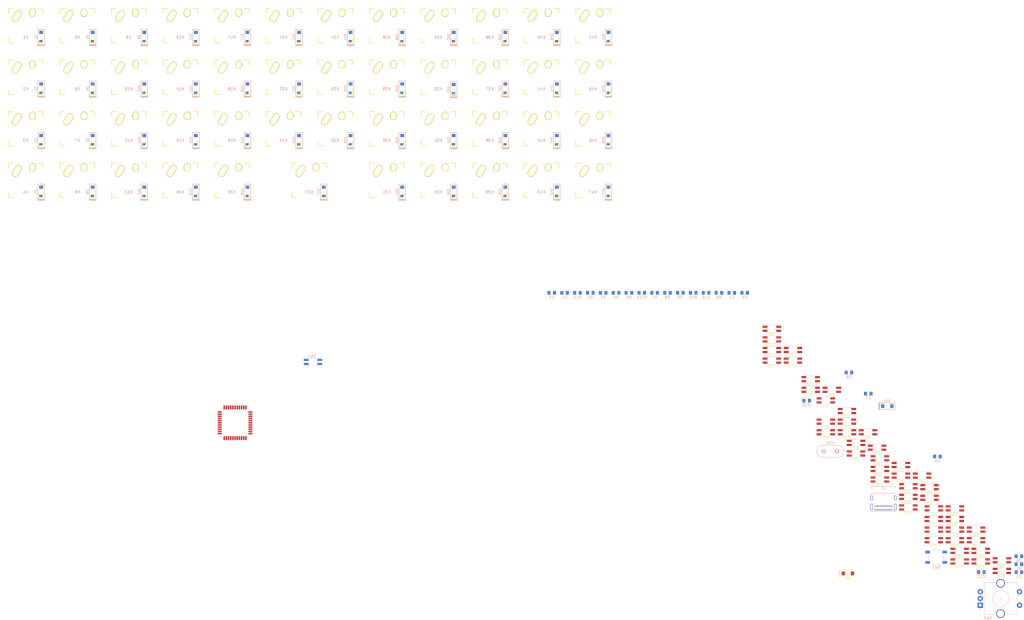
<source format=kicad_pcb>
(kicad_pcb (version 20171130) (host pcbnew "(5.1.0)-1")
  (layers (0 F.Cu signal) (31 B.Cu signal) (34 B.Paste user) (35 F.Paste user) (36 B.SilkS user) (37 F.SilkS user) (38 B.Mask user) (39 F.Mask user) (44 Edge.Cuts user))
  (net 0 "")
  (net 1 /XTAL2)
  (net 2 +5V)
  (net 3 /XTAL1)
  (net 4 5V)
  (net 5 /ENCODER_BOUT)
  (net 6 /ENCODER_AOUT)
  (net 7 /ROW0)
  (net 8 "Net-(D1-Pad2)")
  (net 9 /ROW1)
  (net 10 "Net-(D2-Pad2)")
  (net 11 /ROW2)
  (net 12 "Net-(D3-Pad2)")
  (net 13 /ROW3)
  (net 14 "Net-(D4-Pad2)")
  (net 15 "Net-(D5-Pad2)")
  (net 16 "Net-(D6-Pad2)")
  (net 17 "Net-(D7-Pad2)")
  (net 18 "Net-(D8-Pad2)")
  (net 19 "Net-(D9-Pad2)")
  (net 20 "Net-(D10-Pad2)")
  (net 21 "Net-(D11-Pad2)")
  (net 22 "Net-(D12-Pad2)")
  (net 23 "Net-(D13-Pad2)")
  (net 24 "Net-(D14-Pad2)")
  (net 25 "Net-(D15-Pad2)")
  (net 26 "Net-(D16-Pad2)")
  (net 27 "Net-(D17-Pad2)")
  (net 28 "Net-(D18-Pad2)")
  (net 29 "Net-(D19-Pad2)")
  (net 30 "Net-(D20-Pad2)")
  (net 31 "Net-(D21-Pad2)")
  (net 32 "Net-(D22-Pad2)")
  (net 33 "Net-(D23-Pad2)")
  (net 34 "Net-(D24-Pad2)")
  (net 35 "Net-(D25-Pad2)")
  (net 36 "Net-(D26-Pad2)")
  (net 37 "Net-(D27-Pad2)")
  (net 38 "Net-(D28-Pad2)")
  (net 39 "Net-(D29-Pad2)")
  (net 40 "Net-(D30-Pad2)")
  (net 41 "Net-(D31-Pad2)")
  (net 42 "Net-(D32-Pad2)")
  (net 43 "Net-(D33-Pad2)")
  (net 44 "Net-(D34-Pad2)")
  (net 45 "Net-(D35-Pad2)")
  (net 46 "Net-(D36-Pad2)")
  (net 47 "Net-(D37-Pad2)")
  (net 48 "Net-(D38-Pad2)")
  (net 49 "Net-(D39-Pad2)")
  (net 50 "Net-(D40-Pad2)")
  (net 51 "Net-(D41-Pad2)")
  (net 52 "Net-(D42-Pad2)")
  (net 53 "Net-(D43-Pad2)")
  (net 54 "Net-(D44-Pad2)")
  (net 55 "Net-(D46-Pad2)")
  (net 56 "Net-(D48-Pad4)")
  (net 57 /RGB)
  (net 58 "Net-(D49-Pad4)")
  (net 59 "Net-(D49-Pad2)")
  (net 60 "Net-(D50-Pad4)")
  (net 61 "Net-(D51-Pad4)")
  (net 62 "Net-(D51-Pad2)")
  (net 63 "Net-(D52-Pad4)")
  (net 64 "Net-(D53-Pad2)")
  (net 65 "Net-(D54-Pad4)")
  (net 66 "Net-(D55-Pad2)")
  (net 67 "Net-(D56-Pad4)")
  (net 68 "Net-(D57-Pad2)")
  (net 69 "Net-(D58-Pad4)")
  (net 70 "Net-(D59-Pad2)")
  (net 71 "Net-(D60-Pad4)")
  (net 72 "Net-(D61-Pad2)")
  (net 73 "Net-(D62-Pad4)")
  (net 74 "Net-(D63-Pad2)")
  (net 75 "Net-(D64-Pad4)")
  (net 76 "Net-(D65-Pad2)")
  (net 77 "Net-(D66-Pad4)")
  (net 78 "Net-(D67-Pad2)")
  (net 79 "Net-(D68-Pad4)")
  (net 80 "Net-(D69-Pad2)")
  (net 81 "Net-(D70-Pad4)")
  (net 82 "Net-(D71-Pad4)")
  (net 83 "Net-(D72-Pad2)")
  (net 84 "Net-(D73-Pad4)")
  (net 85 "Net-(D74-Pad2)")
  (net 86 "Net-(D75-Pad4)")
  (net 87 "Net-(D76-Pad2)")
  (net 88 "Net-(D77-Pad4)")
  (net 89 "Net-(D78-Pad2)")
  (net 90 "Net-(D79-Pad4)")
  (net 91 "Net-(D80-Pad2)")
  (net 92 "Net-(D81-Pad4)")
  (net 93 "Net-(D82-Pad2)")
  (net 94 "Net-(D83-Pad4)")
  (net 95 "Net-(D84-Pad2)")
  (net 96 "Net-(D85-Pad4)")
  (net 97 "Net-(D86-Pad2)")
  (net 98 "Net-(D87-Pad4)")
  (net 99 "Net-(D88-Pad2)")
  (net 100 "Net-(D89-Pad4)")
  (net 101 "Net-(D90-Pad2)")
  (net 102 "Net-(D91-Pad4)")
  (net 103 "Net-(D93-Pad4)")
  (net 104 /ENCODER_S1)
  (net 105 "Net-(J1-PadA5)")
  (net 106 VCC)
  (net 107 "Net-(J1-PadA6)")
  (net 108 "Net-(J1-PadA7)")
  (net 109 "Net-(J1-PadA8)")
  (net 110 "Net-(J1-PadB8)")
  (net 111 "Net-(J1-PadB5)")
  (net 112 /COL0)
  (net 113 /COL1)
  (net 114 /COL2)
  (net 115 /COL3)
  (net 116 /COL4)
  (net 117 /COL5)
  (net 118 /COL6)
  (net 119 /COL7)
  (net 120 /COL8)
  (net 121 /COL9)
  (net 122 /COL10)
  (net 123 /COL11)
  (net 124 "Net-(LED1-Pad2)")
  (net 125 /RESET)
  (net 126 /D-)
  (net 127 /D+)
  (net 128 /ENCODER_B)
  (net 129 /ENCODER_A)
  (net 130 "Net-(U1-Pad42)")
  (net 131 "Net-(U1-Pad26)")
  (net 132 "Net-(U1-Pad22)")
  (net 133 "Net-(U1-Pad21)")
  (net 134 "Net-(U1-Pad20)")
  (net 135 "Net-(U1-Pad12)")
  (net 136 "Net-(U1-Pad1)")
  (net 137 "Net-(C11-Pad1)")
  (net 138 "Net-(R11-Pad2)")
  (module keyboard_parts:D_SOD123 (layer F.Cu) (at 339.852 239.268)
    (fp_text reference D95 (at 0 1.925) (layer F.SilkS) (effects (font (size 0.8 0.8))))
    (fp_text value D hide)
    (pad 1 smd rect (at -1.7 0) (size 1.2 1.4) (layers F.Cu F.Paste F.Mask) (net 13 /ROW3))
    (pad 2 smd rect (at 1.7 0) (size 1.2 1.4) (layers F.Cu F.Paste F.Mask) (net 104 /ENCODER_S1))
  )
  (module keyboard_parts:XTAL_HC_49_TH (layer B.Cu) (at 333.405 194.156)
    (fp_text reference X1 hide)
    (fp_text value XTAL (at 0 -3.15) (layer B.SilkS) (effects (justify mirror)))
    (pad 2 thru_hole circle (at -2.45 0 180) (size 1.4 1.4) (drill 0.7) (layers *.Cu *.Mask B.SilkS) (net 3 /XTAL1))
    (pad 1 thru_hole circle (at 2.45 0 180) (size 1.4 1.4) (drill 0.7) (layers *.Cu *.Mask B.SilkS) (net 1 /XTAL2))
  )
  (module Package_QFP:LQFP-44_10x10mm_P0.8mm (layer F.Cu) (at 113.538 183.642)
    (fp_text reference U1 (at 0 -7.35) (layer F.SilkS))
    (fp_text value ATMEGA32U4)
    (pad 44 smd roundrect (at -4 -5.6625) (size 0.55 1.475) (layers F.Cu F.Paste F.Mask) (net 4 5V))
    (pad 43 smd roundrect (at -3.2 -5.6625) (size 0.55 1.475) (layers F.Cu F.Paste F.Mask) (net 2 +5V))
    (pad 42 smd roundrect (at -2.4 -5.6625) (size 0.55 1.475) (layers F.Cu F.Paste F.Mask) (net 130 "Net-(U1-Pad42)"))
    (pad 41 smd roundrect (at -1.6 -5.6625) (size 0.55 1.475) (layers F.Cu F.Paste F.Mask) (net 112 /COL0))
    (pad 40 smd roundrect (at -0.8 -5.6625) (size 0.55 1.475) (layers F.Cu F.Paste F.Mask) (net 113 /COL1))
    (pad 39 smd roundrect (at 0 -5.6625) (size 0.55 1.475) (layers F.Cu F.Paste F.Mask) (net 114 /COL2))
    (pad 38 smd roundrect (at 0.8 -5.6625) (size 0.55 1.475) (layers F.Cu F.Paste F.Mask) (net 115 /COL3))
    (pad 37 smd roundrect (at 1.6 -5.6625) (size 0.55 1.475) (layers F.Cu F.Paste F.Mask) (net 116 /COL4))
    (pad 36 smd roundrect (at 2.4 -5.6625) (size 0.55 1.475) (layers F.Cu F.Paste F.Mask) (net 117 /COL5))
    (pad 35 smd roundrect (at 3.2 -5.6625) (size 0.55 1.475) (layers F.Cu F.Paste F.Mask) (net 2 +5V))
    (pad 34 smd roundrect (at 4 -5.6625) (size 0.55 1.475) (layers F.Cu F.Paste F.Mask) (net 4 5V))
    (pad 33 smd roundrect (at 5.6625 -4) (size 1.475 0.55) (layers F.Cu F.Paste F.Mask) (net 138 "Net-(R11-Pad2)"))
    (pad 32 smd roundrect (at 5.6625 -3.2) (size 1.475 0.55) (layers F.Cu F.Paste F.Mask) (net 118 /COL6))
    (pad 31 smd roundrect (at 5.6625 -2.4) (size 1.475 0.55) (layers F.Cu F.Paste F.Mask) (net 119 /COL7))
    (pad 30 smd roundrect (at 5.6625 -1.6) (size 1.475 0.55) (layers F.Cu F.Paste F.Mask) (net 120 /COL8))
    (pad 29 smd roundrect (at 5.6625 -0.8) (size 1.475 0.55) (layers F.Cu F.Paste F.Mask) (net 121 /COL9))
    (pad 28 smd roundrect (at 5.6625 0) (size 1.475 0.55) (layers F.Cu F.Paste F.Mask) (net 122 /COL10))
    (pad 27 smd roundrect (at 5.6625 0.8) (size 1.475 0.55) (layers F.Cu F.Paste F.Mask) (net 123 /COL11))
    (pad 26 smd roundrect (at 5.6625 1.6) (size 1.475 0.55) (layers F.Cu F.Paste F.Mask) (net 131 "Net-(U1-Pad26)"))
    (pad 25 smd roundrect (at 5.6625 2.4) (size 1.475 0.55) (layers F.Cu F.Paste F.Mask) (net 57 /RGB))
    (pad 24 smd roundrect (at 5.6625 3.2) (size 1.475 0.55) (layers F.Cu F.Paste F.Mask) (net 4 5V))
    (pad 23 smd roundrect (at 5.6625 4) (size 1.475 0.55) (layers F.Cu F.Paste F.Mask) (net 2 +5V))
    (pad 22 smd roundrect (at 4 5.6625) (size 0.55 1.475) (layers F.Cu F.Paste F.Mask) (net 132 "Net-(U1-Pad22)"))
    (pad 21 smd roundrect (at 3.2 5.6625) (size 0.55 1.475) (layers F.Cu F.Paste F.Mask) (net 133 "Net-(U1-Pad21)"))
    (pad 20 smd roundrect (at 2.4 5.6625) (size 0.55 1.475) (layers F.Cu F.Paste F.Mask) (net 134 "Net-(U1-Pad20)"))
    (pad 19 smd roundrect (at 1.6 5.6625) (size 0.55 1.475) (layers F.Cu F.Paste F.Mask) (net 5 /ENCODER_BOUT))
    (pad 18 smd roundrect (at 0.8 5.6625) (size 0.55 1.475) (layers F.Cu F.Paste F.Mask) (net 6 /ENCODER_AOUT))
    (pad 17 smd roundrect (at 0 5.6625) (size 0.55 1.475) (layers F.Cu F.Paste F.Mask) (net 1 /XTAL2))
    (pad 16 smd roundrect (at -0.8 5.6625) (size 0.55 1.475) (layers F.Cu F.Paste F.Mask) (net 3 /XTAL1))
    (pad 15 smd roundrect (at -1.6 5.6625) (size 0.55 1.475) (layers F.Cu F.Paste F.Mask) (net 2 +5V))
    (pad 14 smd roundrect (at -2.4 5.6625) (size 0.55 1.475) (layers F.Cu F.Paste F.Mask) (net 4 5V))
    (pad 13 smd roundrect (at -3.2 5.6625) (size 0.55 1.475) (layers F.Cu F.Paste F.Mask) (net 125 /RESET))
    (pad 12 smd roundrect (at -4 5.6625) (size 0.55 1.475) (layers F.Cu F.Paste F.Mask) (net 135 "Net-(U1-Pad12)"))
    (pad 11 smd roundrect (at -5.6625 4) (size 1.475 0.55) (layers F.Cu F.Paste F.Mask) (net 13 /ROW3))
    (pad 10 smd roundrect (at -5.6625 3.2) (size 1.475 0.55) (layers F.Cu F.Paste F.Mask) (net 11 /ROW2))
    (pad 9 smd roundrect (at -5.6625 2.4) (size 1.475 0.55) (layers F.Cu F.Paste F.Mask) (net 9 /ROW1))
    (pad 8 smd roundrect (at -5.6625 1.6) (size 1.475 0.55) (layers F.Cu F.Paste F.Mask) (net 7 /ROW0))
    (pad 7 smd roundrect (at -5.6625 0.8) (size 1.475 0.55) (layers F.Cu F.Paste F.Mask) (net 4 5V))
    (pad 6 smd roundrect (at -5.6625 0) (size 1.475 0.55) (layers F.Cu F.Paste F.Mask) (net 137 "Net-(C11-Pad1)"))
    (pad 5 smd roundrect (at -5.6625 -0.8) (size 1.475 0.55) (layers F.Cu F.Paste F.Mask) (net 2 +5V))
    (pad 4 smd roundrect (at -5.6625 -1.6) (size 1.475 0.55) (layers F.Cu F.Paste F.Mask) (net 127 /D+))
    (pad 3 smd roundrect (at -5.6625 -2.4) (size 1.475 0.55) (layers F.Cu F.Paste F.Mask) (net 126 /D-))
    (pad 2 smd roundrect (at -5.6625 -3.2) (size 1.475 0.55) (layers F.Cu F.Paste F.Mask) (net 4 5V))
    (pad 1 smd roundrect (at -5.6625 -4) (size 1.475 0.55) (layers F.Cu F.Paste F.Mask) (net 136 "Net-(U1-Pad1)"))
  )
  (module Rotary_Encoder:RotaryEncoder_Alps_EC11E-Switch_Vertical_H20mm_CircularMountingHoles (layer B.Cu) (at 388.785 251.026)
    (fp_text reference SW2 (at 2.8 4.7) (layer B.SilkS) (effects (justify mirror)))
    (fp_text value Rotary_Encoder_Switch)
    (pad A thru_hole rect (at 0 0) (size 2 2) (drill 1) (layers *.Cu *.Mask) (net 129 /ENCODER_A))
    (pad C thru_hole circle (at 0 -2.5) (size 2 2) (drill 1) (layers *.Cu *.Mask) (net 2 +5V))
    (pad B thru_hole circle (at 0 -5) (size 2 2) (drill 1) (layers *.Cu *.Mask) (net 128 /ENCODER_B))
    (pad MP thru_hole circle (at 7.5 3.1) (size 3.2 3.2) (drill 2.6) (layers *.Cu *.Mask))
    (pad MP thru_hole circle (at 7.5 -8.1) (size 3.2 3.2) (drill 2.6) (layers *.Cu *.Mask))
    (pad S2 thru_hole circle (at 14.5 0) (size 2 2) (drill 1) (layers *.Cu *.Mask) (net 117 /COL5))
    (pad S1 thru_hole circle (at 14.5 -5) (size 2 2) (drill 1) (layers *.Cu *.Mask) (net 104 /ENCODER_S1))
  )
  (module Button_Switch_SMD:SW_SPST_TL3342 (layer B.Cu) (at 372.485 233.286)
    (fp_text reference SW1 (at 0 3.75) (layer B.SilkS) (effects (justify mirror)))
    (fp_text value SW_PUSH)
    (pad 2 smd rect (at 3.15 -1.9) (size 1.7 1) (layers B.Cu B.Paste B.Mask) (net 2 +5V))
    (pad 2 smd rect (at -3.15 -1.9) (size 1.7 1) (layers B.Cu B.Paste B.Mask) (net 2 +5V))
    (pad 1 smd rect (at 3.15 1.9) (size 1.7 1) (layers B.Cu B.Paste B.Mask) (net 125 /RESET))
    (pad 1 smd rect (at -3.15 1.9) (size 1.7 1) (layers B.Cu B.Paste B.Mask) (net 125 /RESET))
  )
  (module Resistor_SMD:R_0805_2012Metric_Pad1.15x1.40mm_HandSolder (layer B.Cu) (at 240.005 135.636)
    (fp_text reference R11 (at 0 1.65) (layer B.SilkS) (effects (justify mirror)))
    (fp_text value 10k)
    (pad 2 smd roundrect (at 1.025 0) (size 1.15 1.4) (layers B.Cu B.Paste B.Mask) (roundrect_rratio 0.217391) (net 138 "Net-(R11-Pad2)"))
    (pad 1 smd roundrect (at -1.025 0) (size 1.15 1.4) (layers B.Cu B.Paste B.Mask) (roundrect_rratio 0.217391) (net 2 +5V))
  )
  (module Resistor_SMD:R_0805_2012Metric_Pad1.15x1.40mm_HandSolder (layer B.Cu) (at 282.755 135.636)
    (fp_text reference R10 (at 0 1.65) (layer B.SilkS) (effects (justify mirror)))
    (fp_text value 220)
    (pad 2 smd roundrect (at 1.025 0) (size 1.15 1.4) (layers B.Cu B.Paste B.Mask) (roundrect_rratio 0.217391) (net 124 "Net-(LED1-Pad2)"))
    (pad 1 smd roundrect (at -1.025 0) (size 1.15 1.4) (layers B.Cu B.Paste B.Mask) (roundrect_rratio 0.217391) (net 4 5V))
  )
  (module Resistor_SMD:R_0805_2012Metric_Pad1.15x1.40mm_HandSolder (layer B.Cu) (at 278.005 135.636)
    (fp_text reference R9 (at 0 1.65) (layer B.SilkS) (effects (justify mirror)))
    (fp_text value 10k)
    (pad 2 smd roundrect (at 1.025 0) (size 1.15 1.4) (layers B.Cu B.Paste B.Mask) (roundrect_rratio 0.217391) (net 129 /ENCODER_A))
    (pad 1 smd roundrect (at -1.025 0) (size 1.15 1.4) (layers B.Cu B.Paste B.Mask) (roundrect_rratio 0.217391) (net 6 /ENCODER_AOUT))
  )
  (module Resistor_SMD:R_0805_2012Metric_Pad1.15x1.40mm_HandSolder (layer B.Cu) (at 273.255 135.636)
    (fp_text reference R8 (at 0 1.65) (layer B.SilkS) (effects (justify mirror)))
    (fp_text value 10k)
    (pad 2 smd roundrect (at 1.025 0) (size 1.15 1.4) (layers B.Cu B.Paste B.Mask) (roundrect_rratio 0.217391) (net 4 5V))
    (pad 1 smd roundrect (at -1.025 0) (size 1.15 1.4) (layers B.Cu B.Paste B.Mask) (roundrect_rratio 0.217391) (net 129 /ENCODER_A))
  )
  (module Resistor_SMD:R_0805_2012Metric_Pad1.15x1.40mm_HandSolder (layer B.Cu) (at 268.505 135.636)
    (fp_text reference R7 (at 0 1.65) (layer B.SilkS) (effects (justify mirror)))
    (fp_text value 10k)
    (pad 2 smd roundrect (at 1.025 0) (size 1.15 1.4) (layers B.Cu B.Paste B.Mask) (roundrect_rratio 0.217391) (net 128 /ENCODER_B))
    (pad 1 smd roundrect (at -1.025 0) (size 1.15 1.4) (layers B.Cu B.Paste B.Mask) (roundrect_rratio 0.217391) (net 5 /ENCODER_BOUT))
  )
  (module Resistor_SMD:R_0805_2012Metric_Pad1.15x1.40mm_HandSolder (layer B.Cu) (at 292.255 135.636)
    (fp_text reference R6 (at 0 1.65) (layer B.SilkS) (effects (justify mirror)))
    (fp_text value 10k)
    (pad 2 smd roundrect (at 1.025 0) (size 1.15 1.4) (layers B.Cu B.Paste B.Mask) (roundrect_rratio 0.217391) (net 4 5V))
    (pad 1 smd roundrect (at -1.025 0) (size 1.15 1.4) (layers B.Cu B.Paste B.Mask) (roundrect_rratio 0.217391) (net 128 /ENCODER_B))
  )
  (module Resistor_SMD:R_0805_2012Metric_Pad1.15x1.40mm_HandSolder (layer B.Cu) (at 259.005 135.636)
    (fp_text reference R5 (at 0 1.65) (layer B.SilkS) (effects (justify mirror)))
    (fp_text value 22)
    (pad 2 smd roundrect (at 1.025 0) (size 1.15 1.4) (layers B.Cu B.Paste B.Mask) (roundrect_rratio 0.217391) (net 107 "Net-(J1-PadA6)"))
    (pad 1 smd roundrect (at -1.025 0) (size 1.15 1.4) (layers B.Cu B.Paste B.Mask) (roundrect_rratio 0.217391) (net 127 /D+))
  )
  (module Resistor_SMD:R_0805_2012Metric_Pad1.15x1.40mm_HandSolder (layer B.Cu) (at 254.255 135.636)
    (fp_text reference R4 (at 0 1.65) (layer B.SilkS) (effects (justify mirror)))
    (fp_text value 22)
    (pad 2 smd roundrect (at 1.025 0) (size 1.15 1.4) (layers B.Cu B.Paste B.Mask) (roundrect_rratio 0.217391) (net 108 "Net-(J1-PadA7)"))
    (pad 1 smd roundrect (at -1.025 0) (size 1.15 1.4) (layers B.Cu B.Paste B.Mask) (roundrect_rratio 0.217391) (net 126 /D-))
  )
  (module Resistor_SMD:R_0805_2012Metric_Pad1.15x1.40mm_HandSolder (layer B.Cu) (at 249.505 135.636)
    (fp_text reference R3 (at 0 1.65) (layer B.SilkS) (effects (justify mirror)))
    (fp_text value 5.1k)
    (pad 2 smd roundrect (at 1.025 0) (size 1.15 1.4) (layers B.Cu B.Paste B.Mask) (roundrect_rratio 0.217391) (net 111 "Net-(J1-PadB5)"))
    (pad 1 smd roundrect (at -1.025 0) (size 1.15 1.4) (layers B.Cu B.Paste B.Mask) (roundrect_rratio 0.217391) (net 2 +5V))
  )
  (module Resistor_SMD:R_0805_2012Metric_Pad1.15x1.40mm_HandSolder (layer B.Cu) (at 244.755 135.636)
    (fp_text reference R2 (at 0 1.65) (layer B.SilkS) (effects (justify mirror)))
    (fp_text value 5.1k)
    (pad 2 smd roundrect (at 1.025 0) (size 1.15 1.4) (layers B.Cu B.Paste B.Mask) (roundrect_rratio 0.217391) (net 105 "Net-(J1-PadA5)"))
    (pad 1 smd roundrect (at -1.025 0) (size 1.15 1.4) (layers B.Cu B.Paste B.Mask) (roundrect_rratio 0.217391) (net 2 +5V))
  )
  (module Resistor_SMD:R_0805_2012Metric_Pad1.15x1.40mm_HandSolder (layer B.Cu) (at 403.035 235.876)
    (fp_text reference R1 (at 0 1.65) (layer B.SilkS) (effects (justify mirror)))
    (fp_text value 10k)
    (pad 2 smd roundrect (at 1.025 0) (size 1.15 1.4) (layers B.Cu B.Paste B.Mask) (roundrect_rratio 0.217391) (net 125 /RESET))
    (pad 1 smd roundrect (at -1.025 0) (size 1.15 1.4) (layers B.Cu B.Paste B.Mask) (roundrect_rratio 0.217391) (net 4 5V))
  )
  (module Fuse:Fuse_0805_2012Metric_Pad1.15x1.40mm_HandSolder (layer B.Cu) (at 263.755 135.636)
    (fp_text reference PTC1 (at 0 1.65) (layer B.SilkS) (effects (justify mirror)))
    (fp_text value "PTC 1.5A")
    (pad 2 smd roundrect (at 1.025 0) (size 1.15 1.4) (layers B.Cu B.Paste B.Mask) (roundrect_rratio 0.217391) (net 4 5V))
    (pad 1 smd roundrect (at -1.025 0) (size 1.15 1.4) (layers B.Cu B.Paste B.Mask) (roundrect_rratio 0.217391) (net 106 VCC))
  )
  (module LED_SMD:LED_0805_2012Metric_Pad1.15x1.40mm_HandSolder (layer B.Cu) (at 324.66 175.471)
    (fp_text reference LED1 (at 0 1.65) (layer B.SilkS) (effects (justify mirror)))
    (fp_text value LED)
    (pad 2 smd roundrect (at 1.025 0) (size 1.15 1.4) (layers B.Cu B.Paste B.Mask) (roundrect_rratio 0.217391) (net 124 "Net-(LED1-Pad2)"))
    (pad 1 smd roundrect (at -1.025 0) (size 1.15 1.4) (layers B.Cu B.Paste B.Mask) (roundrect_rratio 0.217391) (net 2 +5V))
  )
  (module keebs:Mx_Alps_100 (layer F.Cu) (at 245.745 94.107)
    (fp_text reference K47 (at 0 4.318) (layer B.SilkS) (effects (font (thickness 0.2)) (justify mirror)))
    (fp_text value KEYSW hide)
    (pad 2 thru_hole oval (at 2.52 -4.79 356.1) (size 2.5 3.08) (drill oval 1.5 2.08) (layers *.Cu *.Mask F.SilkS) (net 11 /ROW2))
    (pad 1 thru_hole oval (at -3.255 -3.52 327.5) (size 2.5 4.75) (drill oval 1.5 3.75) (layers *.Cu *.Mask F.SilkS) (net 123 /COL11))
    (pad "" np_thru_hole circle (at 5.08 0) (size 1.7018 1.7018) (drill 1.7018) (layers *.Cu *.Mask))
    (pad "" np_thru_hole circle (at -5.08 0) (size 1.7018 1.7018) (drill 1.7018) (layers *.Cu *.Mask))
    (pad "" np_thru_hole circle (at 0 0) (size 3.9878 3.9878) (drill 3.9878) (layers *.Cu *.Mask))
  )
  (module keebs:Mx_Alps_100 (layer F.Cu) (at 245.745 75.057)
    (fp_text reference K46 (at 0 4.318) (layer B.SilkS) (effects (font (thickness 0.2)) (justify mirror)))
    (fp_text value KEYSW hide)
    (pad 2 thru_hole oval (at 2.52 -4.79 356.1) (size 2.5 3.08) (drill oval 1.5 2.08) (layers *.Cu *.Mask F.SilkS) (net 55 "Net-(D46-Pad2)"))
    (pad 1 thru_hole oval (at -3.255 -3.52 327.5) (size 2.5 4.75) (drill oval 1.5 3.75) (layers *.Cu *.Mask F.SilkS) (net 123 /COL11))
    (pad "" np_thru_hole circle (at 5.08 0) (size 1.7018 1.7018) (drill 1.7018) (layers *.Cu *.Mask))
    (pad "" np_thru_hole circle (at -5.08 0) (size 1.7018 1.7018) (drill 1.7018) (layers *.Cu *.Mask))
    (pad "" np_thru_hole circle (at 0 0) (size 3.9878 3.9878) (drill 3.9878) (layers *.Cu *.Mask))
  )
  (module keebs:Mx_Alps_100 (layer F.Cu) (at 245.745 56.007)
    (fp_text reference K45 (at 0 4.318) (layer B.SilkS) (effects (font (thickness 0.2)) (justify mirror)))
    (fp_text value KEYSW hide)
    (pad 2 thru_hole oval (at 2.52 -4.79 356.1) (size 2.5 3.08) (drill oval 1.5 2.08) (layers *.Cu *.Mask F.SilkS) (net 7 /ROW0))
    (pad 1 thru_hole oval (at -3.255 -3.52 327.5) (size 2.5 4.75) (drill oval 1.5 3.75) (layers *.Cu *.Mask F.SilkS) (net 123 /COL11))
    (pad "" np_thru_hole circle (at 5.08 0) (size 1.7018 1.7018) (drill 1.7018) (layers *.Cu *.Mask))
    (pad "" np_thru_hole circle (at -5.08 0) (size 1.7018 1.7018) (drill 1.7018) (layers *.Cu *.Mask))
    (pad "" np_thru_hole circle (at 0 0) (size 3.9878 3.9878) (drill 3.9878) (layers *.Cu *.Mask))
  )
  (module keebs:Mx_Alps_100 (layer F.Cu) (at 245.745 36.957)
    (fp_text reference K44 (at 0 4.318) (layer B.SilkS) (effects (font (thickness 0.2)) (justify mirror)))
    (fp_text value KEYSW hide)
    (pad 2 thru_hole oval (at 2.52 -4.79 356.1) (size 2.5 3.08) (drill oval 1.5 2.08) (layers *.Cu *.Mask F.SilkS) (net 54 "Net-(D44-Pad2)"))
    (pad 1 thru_hole oval (at -3.255 -3.52 327.5) (size 2.5 4.75) (drill oval 1.5 3.75) (layers *.Cu *.Mask F.SilkS) (net 123 /COL11))
    (pad "" np_thru_hole circle (at 5.08 0) (size 1.7018 1.7018) (drill 1.7018) (layers *.Cu *.Mask))
    (pad "" np_thru_hole circle (at -5.08 0) (size 1.7018 1.7018) (drill 1.7018) (layers *.Cu *.Mask))
    (pad "" np_thru_hole circle (at 0 0) (size 3.9878 3.9878) (drill 3.9878) (layers *.Cu *.Mask))
  )
  (module keebs:Mx_Alps_100 (layer F.Cu) (at 226.695 94.107)
    (fp_text reference K43 (at 0 4.318) (layer B.SilkS) (effects (font (thickness 0.2)) (justify mirror)))
    (fp_text value KEYSW hide)
    (pad 2 thru_hole oval (at 2.52 -4.79 356.1) (size 2.5 3.08) (drill oval 1.5 2.08) (layers *.Cu *.Mask F.SilkS) (net 53 "Net-(D43-Pad2)"))
    (pad 1 thru_hole oval (at -3.255 -3.52 327.5) (size 2.5 4.75) (drill oval 1.5 3.75) (layers *.Cu *.Mask F.SilkS) (net 122 /COL10))
    (pad "" np_thru_hole circle (at 5.08 0) (size 1.7018 1.7018) (drill 1.7018) (layers *.Cu *.Mask))
    (pad "" np_thru_hole circle (at -5.08 0) (size 1.7018 1.7018) (drill 1.7018) (layers *.Cu *.Mask))
    (pad "" np_thru_hole circle (at 0 0) (size 3.9878 3.9878) (drill 3.9878) (layers *.Cu *.Mask))
  )
  (module keebs:Mx_Alps_100 (layer F.Cu) (at 226.695 75.057)
    (fp_text reference K42 (at 0 4.318) (layer B.SilkS) (effects (font (thickness 0.2)) (justify mirror)))
    (fp_text value KEYSW hide)
    (pad 2 thru_hole oval (at 2.52 -4.79 356.1) (size 2.5 3.08) (drill oval 1.5 2.08) (layers *.Cu *.Mask F.SilkS) (net 52 "Net-(D42-Pad2)"))
    (pad 1 thru_hole oval (at -3.255 -3.52 327.5) (size 2.5 4.75) (drill oval 1.5 3.75) (layers *.Cu *.Mask F.SilkS) (net 122 /COL10))
    (pad "" np_thru_hole circle (at 5.08 0) (size 1.7018 1.7018) (drill 1.7018) (layers *.Cu *.Mask))
    (pad "" np_thru_hole circle (at -5.08 0) (size 1.7018 1.7018) (drill 1.7018) (layers *.Cu *.Mask))
    (pad "" np_thru_hole circle (at 0 0) (size 3.9878 3.9878) (drill 3.9878) (layers *.Cu *.Mask))
  )
  (module keebs:Mx_Alps_100 (layer F.Cu) (at 226.695 56.007)
    (fp_text reference K41 (at 0 4.318) (layer B.SilkS) (effects (font (thickness 0.2)) (justify mirror)))
    (fp_text value KEYSW hide)
    (pad 2 thru_hole oval (at 2.52 -4.79 356.1) (size 2.5 3.08) (drill oval 1.5 2.08) (layers *.Cu *.Mask F.SilkS) (net 51 "Net-(D41-Pad2)"))
    (pad 1 thru_hole oval (at -3.255 -3.52 327.5) (size 2.5 4.75) (drill oval 1.5 3.75) (layers *.Cu *.Mask F.SilkS) (net 122 /COL10))
    (pad "" np_thru_hole circle (at 5.08 0) (size 1.7018 1.7018) (drill 1.7018) (layers *.Cu *.Mask))
    (pad "" np_thru_hole circle (at -5.08 0) (size 1.7018 1.7018) (drill 1.7018) (layers *.Cu *.Mask))
    (pad "" np_thru_hole circle (at 0 0) (size 3.9878 3.9878) (drill 3.9878) (layers *.Cu *.Mask))
  )
  (module keebs:Mx_Alps_100 (layer F.Cu) (at 226.695 36.957)
    (fp_text reference K40 (at 0 4.318) (layer B.SilkS) (effects (font (thickness 0.2)) (justify mirror)))
    (fp_text value KEYSW hide)
    (pad 2 thru_hole oval (at 2.52 -4.79 356.1) (size 2.5 3.08) (drill oval 1.5 2.08) (layers *.Cu *.Mask F.SilkS) (net 50 "Net-(D40-Pad2)"))
    (pad 1 thru_hole oval (at -3.255 -3.52 327.5) (size 2.5 4.75) (drill oval 1.5 3.75) (layers *.Cu *.Mask F.SilkS) (net 122 /COL10))
    (pad "" np_thru_hole circle (at 5.08 0) (size 1.7018 1.7018) (drill 1.7018) (layers *.Cu *.Mask))
    (pad "" np_thru_hole circle (at -5.08 0) (size 1.7018 1.7018) (drill 1.7018) (layers *.Cu *.Mask))
    (pad "" np_thru_hole circle (at 0 0) (size 3.9878 3.9878) (drill 3.9878) (layers *.Cu *.Mask))
  )
  (module keebs:Mx_Alps_100 (layer F.Cu) (at 207.645 94.107)
    (fp_text reference K39 (at 0 4.318) (layer B.SilkS) (effects (font (thickness 0.2)) (justify mirror)))
    (fp_text value KEYSW hide)
    (pad 2 thru_hole oval (at 2.52 -4.79 356.1) (size 2.5 3.08) (drill oval 1.5 2.08) (layers *.Cu *.Mask F.SilkS) (net 49 "Net-(D39-Pad2)"))
    (pad 1 thru_hole oval (at -3.255 -3.52 327.5) (size 2.5 4.75) (drill oval 1.5 3.75) (layers *.Cu *.Mask F.SilkS) (net 121 /COL9))
    (pad "" np_thru_hole circle (at 5.08 0) (size 1.7018 1.7018) (drill 1.7018) (layers *.Cu *.Mask))
    (pad "" np_thru_hole circle (at -5.08 0) (size 1.7018 1.7018) (drill 1.7018) (layers *.Cu *.Mask))
    (pad "" np_thru_hole circle (at 0 0) (size 3.9878 3.9878) (drill 3.9878) (layers *.Cu *.Mask))
  )
  (module keebs:Mx_Alps_100 (layer F.Cu) (at 207.645 75.057)
    (fp_text reference K38 (at 0 4.318) (layer B.SilkS) (effects (font (thickness 0.2)) (justify mirror)))
    (fp_text value KEYSW hide)
    (pad 2 thru_hole oval (at 2.52 -4.79 356.1) (size 2.5 3.08) (drill oval 1.5 2.08) (layers *.Cu *.Mask F.SilkS) (net 48 "Net-(D38-Pad2)"))
    (pad 1 thru_hole oval (at -3.255 -3.52 327.5) (size 2.5 4.75) (drill oval 1.5 3.75) (layers *.Cu *.Mask F.SilkS) (net 121 /COL9))
    (pad "" np_thru_hole circle (at 5.08 0) (size 1.7018 1.7018) (drill 1.7018) (layers *.Cu *.Mask))
    (pad "" np_thru_hole circle (at -5.08 0) (size 1.7018 1.7018) (drill 1.7018) (layers *.Cu *.Mask))
    (pad "" np_thru_hole circle (at 0 0) (size 3.9878 3.9878) (drill 3.9878) (layers *.Cu *.Mask))
  )
  (module keebs:Mx_Alps_100 (layer F.Cu) (at 207.645 56.007)
    (fp_text reference K37 (at 0 4.318) (layer B.SilkS) (effects (font (thickness 0.2)) (justify mirror)))
    (fp_text value KEYSW hide)
    (pad 2 thru_hole oval (at 2.52 -4.79 356.1) (size 2.5 3.08) (drill oval 1.5 2.08) (layers *.Cu *.Mask F.SilkS) (net 47 "Net-(D37-Pad2)"))
    (pad 1 thru_hole oval (at -3.255 -3.52 327.5) (size 2.5 4.75) (drill oval 1.5 3.75) (layers *.Cu *.Mask F.SilkS) (net 121 /COL9))
    (pad "" np_thru_hole circle (at 5.08 0) (size 1.7018 1.7018) (drill 1.7018) (layers *.Cu *.Mask))
    (pad "" np_thru_hole circle (at -5.08 0) (size 1.7018 1.7018) (drill 1.7018) (layers *.Cu *.Mask))
    (pad "" np_thru_hole circle (at 0 0) (size 3.9878 3.9878) (drill 3.9878) (layers *.Cu *.Mask))
  )
  (module keebs:Mx_Alps_100 (layer F.Cu) (at 207.645 36.957)
    (fp_text reference K36 (at 0 4.318) (layer B.SilkS) (effects (font (thickness 0.2)) (justify mirror)))
    (fp_text value KEYSW hide)
    (pad 2 thru_hole oval (at 2.52 -4.79 356.1) (size 2.5 3.08) (drill oval 1.5 2.08) (layers *.Cu *.Mask F.SilkS) (net 46 "Net-(D36-Pad2)"))
    (pad 1 thru_hole oval (at -3.255 -3.52 327.5) (size 2.5 4.75) (drill oval 1.5 3.75) (layers *.Cu *.Mask F.SilkS) (net 121 /COL9))
    (pad "" np_thru_hole circle (at 5.08 0) (size 1.7018 1.7018) (drill 1.7018) (layers *.Cu *.Mask))
    (pad "" np_thru_hole circle (at -5.08 0) (size 1.7018 1.7018) (drill 1.7018) (layers *.Cu *.Mask))
    (pad "" np_thru_hole circle (at 0 0) (size 3.9878 3.9878) (drill 3.9878) (layers *.Cu *.Mask))
  )
  (module keebs:Mx_Alps_100 (layer F.Cu) (at 188.595 94.107)
    (fp_text reference K35 (at 0 4.318) (layer B.SilkS) (effects (font (thickness 0.2)) (justify mirror)))
    (fp_text value KEYSW hide)
    (pad 2 thru_hole oval (at 2.52 -4.79 356.1) (size 2.5 3.08) (drill oval 1.5 2.08) (layers *.Cu *.Mask F.SilkS) (net 45 "Net-(D35-Pad2)"))
    (pad 1 thru_hole oval (at -3.255 -3.52 327.5) (size 2.5 4.75) (drill oval 1.5 3.75) (layers *.Cu *.Mask F.SilkS) (net 120 /COL8))
    (pad "" np_thru_hole circle (at 5.08 0) (size 1.7018 1.7018) (drill 1.7018) (layers *.Cu *.Mask))
    (pad "" np_thru_hole circle (at -5.08 0) (size 1.7018 1.7018) (drill 1.7018) (layers *.Cu *.Mask))
    (pad "" np_thru_hole circle (at 0 0) (size 3.9878 3.9878) (drill 3.9878) (layers *.Cu *.Mask))
  )
  (module keebs:Mx_Alps_100 (layer F.Cu) (at 188.595 75.057)
    (fp_text reference K34 (at 0 4.318) (layer B.SilkS) (effects (font (thickness 0.2)) (justify mirror)))
    (fp_text value KEYSW hide)
    (pad 2 thru_hole oval (at 2.52 -4.79 356.1) (size 2.5 3.08) (drill oval 1.5 2.08) (layers *.Cu *.Mask F.SilkS) (net 44 "Net-(D34-Pad2)"))
    (pad 1 thru_hole oval (at -3.255 -3.52 327.5) (size 2.5 4.75) (drill oval 1.5 3.75) (layers *.Cu *.Mask F.SilkS) (net 120 /COL8))
    (pad "" np_thru_hole circle (at 5.08 0) (size 1.7018 1.7018) (drill 1.7018) (layers *.Cu *.Mask))
    (pad "" np_thru_hole circle (at -5.08 0) (size 1.7018 1.7018) (drill 1.7018) (layers *.Cu *.Mask))
    (pad "" np_thru_hole circle (at 0 0) (size 3.9878 3.9878) (drill 3.9878) (layers *.Cu *.Mask))
  )
  (module keebs:Mx_Alps_100 (layer F.Cu) (at 188.595 56.007)
    (fp_text reference K33 (at 0 4.318) (layer B.SilkS) (effects (font (thickness 0.2)) (justify mirror)))
    (fp_text value KEYSW hide)
    (pad 2 thru_hole oval (at 2.52 -4.79 356.1) (size 2.5 3.08) (drill oval 1.5 2.08) (layers *.Cu *.Mask F.SilkS) (net 43 "Net-(D33-Pad2)"))
    (pad 1 thru_hole oval (at -3.255 -3.52 327.5) (size 2.5 4.75) (drill oval 1.5 3.75) (layers *.Cu *.Mask F.SilkS) (net 120 /COL8))
    (pad "" np_thru_hole circle (at 5.08 0) (size 1.7018 1.7018) (drill 1.7018) (layers *.Cu *.Mask))
    (pad "" np_thru_hole circle (at -5.08 0) (size 1.7018 1.7018) (drill 1.7018) (layers *.Cu *.Mask))
    (pad "" np_thru_hole circle (at 0 0) (size 3.9878 3.9878) (drill 3.9878) (layers *.Cu *.Mask))
  )
  (module keebs:Mx_Alps_100 (layer F.Cu) (at 188.595 36.957)
    (fp_text reference K32 (at 0 4.318) (layer B.SilkS) (effects (font (thickness 0.2)) (justify mirror)))
    (fp_text value KEYSW hide)
    (pad 2 thru_hole oval (at 2.52 -4.79 356.1) (size 2.5 3.08) (drill oval 1.5 2.08) (layers *.Cu *.Mask F.SilkS) (net 42 "Net-(D32-Pad2)"))
    (pad 1 thru_hole oval (at -3.255 -3.52 327.5) (size 2.5 4.75) (drill oval 1.5 3.75) (layers *.Cu *.Mask F.SilkS) (net 120 /COL8))
    (pad "" np_thru_hole circle (at 5.08 0) (size 1.7018 1.7018) (drill 1.7018) (layers *.Cu *.Mask))
    (pad "" np_thru_hole circle (at -5.08 0) (size 1.7018 1.7018) (drill 1.7018) (layers *.Cu *.Mask))
    (pad "" np_thru_hole circle (at 0 0) (size 3.9878 3.9878) (drill 3.9878) (layers *.Cu *.Mask))
  )
  (module keebs:Mx_Alps_100 (layer F.Cu) (at 169.545 94.107)
    (fp_text reference K31 (at 0 4.318) (layer B.SilkS) (effects (font (thickness 0.2)) (justify mirror)))
    (fp_text value KEYSW hide)
    (pad 2 thru_hole oval (at 2.52 -4.79 356.1) (size 2.5 3.08) (drill oval 1.5 2.08) (layers *.Cu *.Mask F.SilkS) (net 41 "Net-(D31-Pad2)"))
    (pad 1 thru_hole oval (at -3.255 -3.52 327.5) (size 2.5 4.75) (drill oval 1.5 3.75) (layers *.Cu *.Mask F.SilkS) (net 119 /COL7))
    (pad "" np_thru_hole circle (at 5.08 0) (size 1.7018 1.7018) (drill 1.7018) (layers *.Cu *.Mask))
    (pad "" np_thru_hole circle (at -5.08 0) (size 1.7018 1.7018) (drill 1.7018) (layers *.Cu *.Mask))
    (pad "" np_thru_hole circle (at 0 0) (size 3.9878 3.9878) (drill 3.9878) (layers *.Cu *.Mask))
  )
  (module keebs:Mx_Alps_100 (layer F.Cu) (at 169.545 75.057)
    (fp_text reference K30 (at 0 4.318) (layer B.SilkS) (effects (font (thickness 0.2)) (justify mirror)))
    (fp_text value KEYSW hide)
    (pad 2 thru_hole oval (at 2.52 -4.79 356.1) (size 2.5 3.08) (drill oval 1.5 2.08) (layers *.Cu *.Mask F.SilkS) (net 40 "Net-(D30-Pad2)"))
    (pad 1 thru_hole oval (at -3.255 -3.52 327.5) (size 2.5 4.75) (drill oval 1.5 3.75) (layers *.Cu *.Mask F.SilkS) (net 119 /COL7))
    (pad "" np_thru_hole circle (at 5.08 0) (size 1.7018 1.7018) (drill 1.7018) (layers *.Cu *.Mask))
    (pad "" np_thru_hole circle (at -5.08 0) (size 1.7018 1.7018) (drill 1.7018) (layers *.Cu *.Mask))
    (pad "" np_thru_hole circle (at 0 0) (size 3.9878 3.9878) (drill 3.9878) (layers *.Cu *.Mask))
  )
  (module keebs:Mx_Alps_100 (layer F.Cu) (at 169.545 56.007)
    (fp_text reference K29 (at 0 4.318) (layer B.SilkS) (effects (font (thickness 0.2)) (justify mirror)))
    (fp_text value KEYSW hide)
    (pad 2 thru_hole oval (at 2.52 -4.79 356.1) (size 2.5 3.08) (drill oval 1.5 2.08) (layers *.Cu *.Mask F.SilkS) (net 39 "Net-(D29-Pad2)"))
    (pad 1 thru_hole oval (at -3.255 -3.52 327.5) (size 2.5 4.75) (drill oval 1.5 3.75) (layers *.Cu *.Mask F.SilkS) (net 119 /COL7))
    (pad "" np_thru_hole circle (at 5.08 0) (size 1.7018 1.7018) (drill 1.7018) (layers *.Cu *.Mask))
    (pad "" np_thru_hole circle (at -5.08 0) (size 1.7018 1.7018) (drill 1.7018) (layers *.Cu *.Mask))
    (pad "" np_thru_hole circle (at 0 0) (size 3.9878 3.9878) (drill 3.9878) (layers *.Cu *.Mask))
  )
  (module keebs:Mx_Alps_100 (layer F.Cu) (at 169.545 36.957)
    (fp_text reference K28 (at 0 4.318) (layer B.SilkS) (effects (font (thickness 0.2)) (justify mirror)))
    (fp_text value KEYSW hide)
    (pad 2 thru_hole oval (at 2.52 -4.79 356.1) (size 2.5 3.08) (drill oval 1.5 2.08) (layers *.Cu *.Mask F.SilkS) (net 38 "Net-(D28-Pad2)"))
    (pad 1 thru_hole oval (at -3.255 -3.52 327.5) (size 2.5 4.75) (drill oval 1.5 3.75) (layers *.Cu *.Mask F.SilkS) (net 119 /COL7))
    (pad "" np_thru_hole circle (at 5.08 0) (size 1.7018 1.7018) (drill 1.7018) (layers *.Cu *.Mask))
    (pad "" np_thru_hole circle (at -5.08 0) (size 1.7018 1.7018) (drill 1.7018) (layers *.Cu *.Mask))
    (pad "" np_thru_hole circle (at 0 0) (size 3.9878 3.9878) (drill 3.9878) (layers *.Cu *.Mask))
  )
  (module keebs:Mx_Alps_200 (layer F.Cu) (at 140.97 94.107)
    (fp_text reference K27 (at 0 4.318) (layer B.SilkS) (effects (font (thickness 0.2)) (justify mirror)))
    (fp_text value KEYSW hide)
    (pad 2 thru_hole oval (at 2.52 -4.79 356.1) (size 2.5 3.08) (drill oval 1.5 2.08) (layers *.Cu *.Mask F.SilkS) (net 37 "Net-(D27-Pad2)"))
    (pad 1 thru_hole oval (at -3.255 -3.52 327.5) (size 2.5 4.75) (drill oval 1.5 3.75) (layers *.Cu *.Mask F.SilkS) (net 118 /COL6))
    (pad "" np_thru_hole circle (at 11.938 8.255) (size 3.9878 3.9878) (drill 3.9878) (layers *.Cu *.Mask))
    (pad "" np_thru_hole circle (at -11.938 8.255) (size 3.9878 3.9878) (drill 3.9878) (layers *.Cu *.Mask))
    (pad "" np_thru_hole circle (at 11.938 -6.985) (size 3.048 3.048) (drill 3.048) (layers *.Cu *.Mask))
    (pad "" np_thru_hole circle (at -11.938 -6.985) (size 3.048 3.048) (drill 3.048) (layers *.Cu *.Mask))
    (pad "" np_thru_hole circle (at 5.08 0) (size 1.7018 1.7018) (drill 1.7018) (layers *.Cu *.Mask))
    (pad "" np_thru_hole circle (at -5.08 0) (size 1.7018 1.7018) (drill 1.7018) (layers *.Cu *.Mask))
    (pad "" np_thru_hole circle (at 0 0) (size 3.9878 3.9878) (drill 3.9878) (layers *.Cu *.Mask))
  )
  (module keebs:Mx_Alps_100 (layer F.Cu) (at 150.495 75.057)
    (fp_text reference K26 (at 0 4.318) (layer B.SilkS) (effects (font (thickness 0.2)) (justify mirror)))
    (fp_text value KEYSW hide)
    (pad 2 thru_hole oval (at 2.52 -4.79 356.1) (size 2.5 3.08) (drill oval 1.5 2.08) (layers *.Cu *.Mask F.SilkS) (net 36 "Net-(D26-Pad2)"))
    (pad 1 thru_hole oval (at -3.255 -3.52 327.5) (size 2.5 4.75) (drill oval 1.5 3.75) (layers *.Cu *.Mask F.SilkS) (net 118 /COL6))
    (pad "" np_thru_hole circle (at 5.08 0) (size 1.7018 1.7018) (drill 1.7018) (layers *.Cu *.Mask))
    (pad "" np_thru_hole circle (at -5.08 0) (size 1.7018 1.7018) (drill 1.7018) (layers *.Cu *.Mask))
    (pad "" np_thru_hole circle (at 0 0) (size 3.9878 3.9878) (drill 3.9878) (layers *.Cu *.Mask))
  )
  (module keebs:Mx_Alps_100 (layer F.Cu) (at 150.495 56.007)
    (fp_text reference K25 (at 0 4.318) (layer B.SilkS) (effects (font (thickness 0.2)) (justify mirror)))
    (fp_text value KEYSW hide)
    (pad 2 thru_hole oval (at 2.52 -4.79 356.1) (size 2.5 3.08) (drill oval 1.5 2.08) (layers *.Cu *.Mask F.SilkS) (net 35 "Net-(D25-Pad2)"))
    (pad 1 thru_hole oval (at -3.255 -3.52 327.5) (size 2.5 4.75) (drill oval 1.5 3.75) (layers *.Cu *.Mask F.SilkS) (net 118 /COL6))
    (pad "" np_thru_hole circle (at 5.08 0) (size 1.7018 1.7018) (drill 1.7018) (layers *.Cu *.Mask))
    (pad "" np_thru_hole circle (at -5.08 0) (size 1.7018 1.7018) (drill 1.7018) (layers *.Cu *.Mask))
    (pad "" np_thru_hole circle (at 0 0) (size 3.9878 3.9878) (drill 3.9878) (layers *.Cu *.Mask))
  )
  (module keebs:Mx_Alps_100 (layer F.Cu) (at 150.495 36.957)
    (fp_text reference K24 (at 0 4.318) (layer B.SilkS) (effects (font (thickness 0.2)) (justify mirror)))
    (fp_text value KEYSW hide)
    (pad 2 thru_hole oval (at 2.52 -4.79 356.1) (size 2.5 3.08) (drill oval 1.5 2.08) (layers *.Cu *.Mask F.SilkS) (net 34 "Net-(D24-Pad2)"))
    (pad 1 thru_hole oval (at -3.255 -3.52 327.5) (size 2.5 4.75) (drill oval 1.5 3.75) (layers *.Cu *.Mask F.SilkS) (net 118 /COL6))
    (pad "" np_thru_hole circle (at 5.08 0) (size 1.7018 1.7018) (drill 1.7018) (layers *.Cu *.Mask))
    (pad "" np_thru_hole circle (at -5.08 0) (size 1.7018 1.7018) (drill 1.7018) (layers *.Cu *.Mask))
    (pad "" np_thru_hole circle (at 0 0) (size 3.9878 3.9878) (drill 3.9878) (layers *.Cu *.Mask))
  )
  (module keebs:Mx_Alps_100 (layer F.Cu) (at 131.445 75.057)
    (fp_text reference K23 (at 0 4.318) (layer B.SilkS) (effects (font (thickness 0.2)) (justify mirror)))
    (fp_text value KEYSW hide)
    (pad 2 thru_hole oval (at 2.52 -4.79 356.1) (size 2.5 3.08) (drill oval 1.5 2.08) (layers *.Cu *.Mask F.SilkS) (net 33 "Net-(D23-Pad2)"))
    (pad 1 thru_hole oval (at -3.255 -3.52 327.5) (size 2.5 4.75) (drill oval 1.5 3.75) (layers *.Cu *.Mask F.SilkS) (net 117 /COL5))
    (pad "" np_thru_hole circle (at 5.08 0) (size 1.7018 1.7018) (drill 1.7018) (layers *.Cu *.Mask))
    (pad "" np_thru_hole circle (at -5.08 0) (size 1.7018 1.7018) (drill 1.7018) (layers *.Cu *.Mask))
    (pad "" np_thru_hole circle (at 0 0) (size 3.9878 3.9878) (drill 3.9878) (layers *.Cu *.Mask))
  )
  (module keebs:Mx_Alps_100 (layer F.Cu) (at 131.445 56.007)
    (fp_text reference K22 (at 0 4.318) (layer B.SilkS) (effects (font (thickness 0.2)) (justify mirror)))
    (fp_text value KEYSW hide)
    (pad 2 thru_hole oval (at 2.52 -4.79 356.1) (size 2.5 3.08) (drill oval 1.5 2.08) (layers *.Cu *.Mask F.SilkS) (net 32 "Net-(D22-Pad2)"))
    (pad 1 thru_hole oval (at -3.255 -3.52 327.5) (size 2.5 4.75) (drill oval 1.5 3.75) (layers *.Cu *.Mask F.SilkS) (net 117 /COL5))
    (pad "" np_thru_hole circle (at 5.08 0) (size 1.7018 1.7018) (drill 1.7018) (layers *.Cu *.Mask))
    (pad "" np_thru_hole circle (at -5.08 0) (size 1.7018 1.7018) (drill 1.7018) (layers *.Cu *.Mask))
    (pad "" np_thru_hole circle (at 0 0) (size 3.9878 3.9878) (drill 3.9878) (layers *.Cu *.Mask))
  )
  (module keebs:Mx_Alps_100 (layer F.Cu) (at 131.445 36.957)
    (fp_text reference K21 (at 0 4.318) (layer B.SilkS) (effects (font (thickness 0.2)) (justify mirror)))
    (fp_text value KEYSW hide)
    (pad 2 thru_hole oval (at 2.52 -4.79 356.1) (size 2.5 3.08) (drill oval 1.5 2.08) (layers *.Cu *.Mask F.SilkS) (net 31 "Net-(D21-Pad2)"))
    (pad 1 thru_hole oval (at -3.255 -3.52 327.5) (size 2.5 4.75) (drill oval 1.5 3.75) (layers *.Cu *.Mask F.SilkS) (net 117 /COL5))
    (pad "" np_thru_hole circle (at 5.08 0) (size 1.7018 1.7018) (drill 1.7018) (layers *.Cu *.Mask))
    (pad "" np_thru_hole circle (at -5.08 0) (size 1.7018 1.7018) (drill 1.7018) (layers *.Cu *.Mask))
    (pad "" np_thru_hole circle (at 0 0) (size 3.9878 3.9878) (drill 3.9878) (layers *.Cu *.Mask))
  )
  (module keebs:Mx_Alps_100 (layer F.Cu) (at 112.395 94.107)
    (fp_text reference K20 (at 0 4.318) (layer B.SilkS) (effects (font (thickness 0.2)) (justify mirror)))
    (fp_text value KEYSW hide)
    (pad 2 thru_hole oval (at 2.52 -4.79 356.1) (size 2.5 3.08) (drill oval 1.5 2.08) (layers *.Cu *.Mask F.SilkS) (net 30 "Net-(D20-Pad2)"))
    (pad 1 thru_hole oval (at -3.255 -3.52 327.5) (size 2.5 4.75) (drill oval 1.5 3.75) (layers *.Cu *.Mask F.SilkS) (net 116 /COL4))
    (pad "" np_thru_hole circle (at 5.08 0) (size 1.7018 1.7018) (drill 1.7018) (layers *.Cu *.Mask))
    (pad "" np_thru_hole circle (at -5.08 0) (size 1.7018 1.7018) (drill 1.7018) (layers *.Cu *.Mask))
    (pad "" np_thru_hole circle (at 0 0) (size 3.9878 3.9878) (drill 3.9878) (layers *.Cu *.Mask))
  )
  (module keebs:Mx_Alps_100 (layer F.Cu) (at 112.395 75.057)
    (fp_text reference K19 (at 0 4.318) (layer B.SilkS) (effects (font (thickness 0.2)) (justify mirror)))
    (fp_text value KEYSW hide)
    (pad 2 thru_hole oval (at 2.52 -4.79 356.1) (size 2.5 3.08) (drill oval 1.5 2.08) (layers *.Cu *.Mask F.SilkS) (net 29 "Net-(D19-Pad2)"))
    (pad 1 thru_hole oval (at -3.255 -3.52 327.5) (size 2.5 4.75) (drill oval 1.5 3.75) (layers *.Cu *.Mask F.SilkS) (net 116 /COL4))
    (pad "" np_thru_hole circle (at 5.08 0) (size 1.7018 1.7018) (drill 1.7018) (layers *.Cu *.Mask))
    (pad "" np_thru_hole circle (at -5.08 0) (size 1.7018 1.7018) (drill 1.7018) (layers *.Cu *.Mask))
    (pad "" np_thru_hole circle (at 0 0) (size 3.9878 3.9878) (drill 3.9878) (layers *.Cu *.Mask))
  )
  (module keebs:Mx_Alps_100 (layer F.Cu) (at 112.395 56.007)
    (fp_text reference K18 (at 0 4.318) (layer B.SilkS) (effects (font (thickness 0.2)) (justify mirror)))
    (fp_text value KEYSW hide)
    (pad 2 thru_hole oval (at 2.52 -4.79 356.1) (size 2.5 3.08) (drill oval 1.5 2.08) (layers *.Cu *.Mask F.SilkS) (net 28 "Net-(D18-Pad2)"))
    (pad 1 thru_hole oval (at -3.255 -3.52 327.5) (size 2.5 4.75) (drill oval 1.5 3.75) (layers *.Cu *.Mask F.SilkS) (net 116 /COL4))
    (pad "" np_thru_hole circle (at 5.08 0) (size 1.7018 1.7018) (drill 1.7018) (layers *.Cu *.Mask))
    (pad "" np_thru_hole circle (at -5.08 0) (size 1.7018 1.7018) (drill 1.7018) (layers *.Cu *.Mask))
    (pad "" np_thru_hole circle (at 0 0) (size 3.9878 3.9878) (drill 3.9878) (layers *.Cu *.Mask))
  )
  (module keebs:Mx_Alps_100 (layer F.Cu) (at 112.395 36.957)
    (fp_text reference K17 (at 0 4.318) (layer B.SilkS) (effects (font (thickness 0.2)) (justify mirror)))
    (fp_text value KEYSW hide)
    (pad 2 thru_hole oval (at 2.52 -4.79 356.1) (size 2.5 3.08) (drill oval 1.5 2.08) (layers *.Cu *.Mask F.SilkS) (net 27 "Net-(D17-Pad2)"))
    (pad 1 thru_hole oval (at -3.255 -3.52 327.5) (size 2.5 4.75) (drill oval 1.5 3.75) (layers *.Cu *.Mask F.SilkS) (net 116 /COL4))
    (pad "" np_thru_hole circle (at 5.08 0) (size 1.7018 1.7018) (drill 1.7018) (layers *.Cu *.Mask))
    (pad "" np_thru_hole circle (at -5.08 0) (size 1.7018 1.7018) (drill 1.7018) (layers *.Cu *.Mask))
    (pad "" np_thru_hole circle (at 0 0) (size 3.9878 3.9878) (drill 3.9878) (layers *.Cu *.Mask))
  )
  (module keebs:Mx_Alps_100 (layer F.Cu) (at 93.345 94.107)
    (fp_text reference K16 (at 0 4.318) (layer B.SilkS) (effects (font (thickness 0.2)) (justify mirror)))
    (fp_text value KEYSW hide)
    (pad 2 thru_hole oval (at 2.52 -4.79 356.1) (size 2.5 3.08) (drill oval 1.5 2.08) (layers *.Cu *.Mask F.SilkS) (net 26 "Net-(D16-Pad2)"))
    (pad 1 thru_hole oval (at -3.255 -3.52 327.5) (size 2.5 4.75) (drill oval 1.5 3.75) (layers *.Cu *.Mask F.SilkS) (net 115 /COL3))
    (pad "" np_thru_hole circle (at 5.08 0) (size 1.7018 1.7018) (drill 1.7018) (layers *.Cu *.Mask))
    (pad "" np_thru_hole circle (at -5.08 0) (size 1.7018 1.7018) (drill 1.7018) (layers *.Cu *.Mask))
    (pad "" np_thru_hole circle (at 0 0) (size 3.9878 3.9878) (drill 3.9878) (layers *.Cu *.Mask))
  )
  (module keebs:Mx_Alps_100 (layer F.Cu) (at 93.345 75.057)
    (fp_text reference K15 (at 0 4.318) (layer B.SilkS) (effects (font (thickness 0.2)) (justify mirror)))
    (fp_text value KEYSW hide)
    (pad 2 thru_hole oval (at 2.52 -4.79 356.1) (size 2.5 3.08) (drill oval 1.5 2.08) (layers *.Cu *.Mask F.SilkS) (net 25 "Net-(D15-Pad2)"))
    (pad 1 thru_hole oval (at -3.255 -3.52 327.5) (size 2.5 4.75) (drill oval 1.5 3.75) (layers *.Cu *.Mask F.SilkS) (net 115 /COL3))
    (pad "" np_thru_hole circle (at 5.08 0) (size 1.7018 1.7018) (drill 1.7018) (layers *.Cu *.Mask))
    (pad "" np_thru_hole circle (at -5.08 0) (size 1.7018 1.7018) (drill 1.7018) (layers *.Cu *.Mask))
    (pad "" np_thru_hole circle (at 0 0) (size 3.9878 3.9878) (drill 3.9878) (layers *.Cu *.Mask))
  )
  (module keebs:Mx_Alps_100 (layer F.Cu) (at 93.345 56.007)
    (fp_text reference K14 (at 0 4.318) (layer B.SilkS) (effects (font (thickness 0.2)) (justify mirror)))
    (fp_text value KEYSW hide)
    (pad 2 thru_hole oval (at 2.52 -4.79 356.1) (size 2.5 3.08) (drill oval 1.5 2.08) (layers *.Cu *.Mask F.SilkS) (net 24 "Net-(D14-Pad2)"))
    (pad 1 thru_hole oval (at -3.255 -3.52 327.5) (size 2.5 4.75) (drill oval 1.5 3.75) (layers *.Cu *.Mask F.SilkS) (net 115 /COL3))
    (pad "" np_thru_hole circle (at 5.08 0) (size 1.7018 1.7018) (drill 1.7018) (layers *.Cu *.Mask))
    (pad "" np_thru_hole circle (at -5.08 0) (size 1.7018 1.7018) (drill 1.7018) (layers *.Cu *.Mask))
    (pad "" np_thru_hole circle (at 0 0) (size 3.9878 3.9878) (drill 3.9878) (layers *.Cu *.Mask))
  )
  (module keebs:Mx_Alps_100 (layer F.Cu) (at 93.345 36.957)
    (fp_text reference K13 (at 0 4.318) (layer B.SilkS) (effects (font (thickness 0.2)) (justify mirror)))
    (fp_text value KEYSW hide)
    (pad 2 thru_hole oval (at 2.52 -4.79 356.1) (size 2.5 3.08) (drill oval 1.5 2.08) (layers *.Cu *.Mask F.SilkS) (net 23 "Net-(D13-Pad2)"))
    (pad 1 thru_hole oval (at -3.255 -3.52 327.5) (size 2.5 4.75) (drill oval 1.5 3.75) (layers *.Cu *.Mask F.SilkS) (net 115 /COL3))
    (pad "" np_thru_hole circle (at 5.08 0) (size 1.7018 1.7018) (drill 1.7018) (layers *.Cu *.Mask))
    (pad "" np_thru_hole circle (at -5.08 0) (size 1.7018 1.7018) (drill 1.7018) (layers *.Cu *.Mask))
    (pad "" np_thru_hole circle (at 0 0) (size 3.9878 3.9878) (drill 3.9878) (layers *.Cu *.Mask))
  )
  (module keebs:Mx_Alps_100 (layer F.Cu) (at 74.295 94.107)
    (fp_text reference K12 (at 0 4.318) (layer B.SilkS) (effects (font (thickness 0.2)) (justify mirror)))
    (fp_text value KEYSW hide)
    (pad 2 thru_hole oval (at 2.52 -4.79 356.1) (size 2.5 3.08) (drill oval 1.5 2.08) (layers *.Cu *.Mask F.SilkS) (net 22 "Net-(D12-Pad2)"))
    (pad 1 thru_hole oval (at -3.255 -3.52 327.5) (size 2.5 4.75) (drill oval 1.5 3.75) (layers *.Cu *.Mask F.SilkS) (net 114 /COL2))
    (pad "" np_thru_hole circle (at 5.08 0) (size 1.7018 1.7018) (drill 1.7018) (layers *.Cu *.Mask))
    (pad "" np_thru_hole circle (at -5.08 0) (size 1.7018 1.7018) (drill 1.7018) (layers *.Cu *.Mask))
    (pad "" np_thru_hole circle (at 0 0) (size 3.9878 3.9878) (drill 3.9878) (layers *.Cu *.Mask))
  )
  (module keebs:Mx_Alps_100 (layer F.Cu) (at 74.295 75.057)
    (fp_text reference K11 (at 0 4.318) (layer B.SilkS) (effects (font (thickness 0.2)) (justify mirror)))
    (fp_text value KEYSW hide)
    (pad 2 thru_hole oval (at 2.52 -4.79 356.1) (size 2.5 3.08) (drill oval 1.5 2.08) (layers *.Cu *.Mask F.SilkS) (net 21 "Net-(D11-Pad2)"))
    (pad 1 thru_hole oval (at -3.255 -3.52 327.5) (size 2.5 4.75) (drill oval 1.5 3.75) (layers *.Cu *.Mask F.SilkS) (net 114 /COL2))
    (pad "" np_thru_hole circle (at 5.08 0) (size 1.7018 1.7018) (drill 1.7018) (layers *.Cu *.Mask))
    (pad "" np_thru_hole circle (at -5.08 0) (size 1.7018 1.7018) (drill 1.7018) (layers *.Cu *.Mask))
    (pad "" np_thru_hole circle (at 0 0) (size 3.9878 3.9878) (drill 3.9878) (layers *.Cu *.Mask))
  )
  (module keebs:Mx_Alps_100 (layer F.Cu) (at 74.295 56.007)
    (fp_text reference K10 (at 0 4.318) (layer B.SilkS) (effects (font (thickness 0.2)) (justify mirror)))
    (fp_text value KEYSW hide)
    (pad 2 thru_hole oval (at 2.52 -4.79 356.1) (size 2.5 3.08) (drill oval 1.5 2.08) (layers *.Cu *.Mask F.SilkS) (net 20 "Net-(D10-Pad2)"))
    (pad 1 thru_hole oval (at -3.255 -3.52 327.5) (size 2.5 4.75) (drill oval 1.5 3.75) (layers *.Cu *.Mask F.SilkS) (net 114 /COL2))
    (pad "" np_thru_hole circle (at 5.08 0) (size 1.7018 1.7018) (drill 1.7018) (layers *.Cu *.Mask))
    (pad "" np_thru_hole circle (at -5.08 0) (size 1.7018 1.7018) (drill 1.7018) (layers *.Cu *.Mask))
    (pad "" np_thru_hole circle (at 0 0) (size 3.9878 3.9878) (drill 3.9878) (layers *.Cu *.Mask))
  )
  (module keebs:Mx_Alps_100 (layer F.Cu) (at 74.295 36.957)
    (fp_text reference K9 (at 0 4.318) (layer B.SilkS) (effects (font (thickness 0.2)) (justify mirror)))
    (fp_text value KEYSW hide)
    (pad 2 thru_hole oval (at 2.52 -4.79 356.1) (size 2.5 3.08) (drill oval 1.5 2.08) (layers *.Cu *.Mask F.SilkS) (net 19 "Net-(D9-Pad2)"))
    (pad 1 thru_hole oval (at -3.255 -3.52 327.5) (size 2.5 4.75) (drill oval 1.5 3.75) (layers *.Cu *.Mask F.SilkS) (net 114 /COL2))
    (pad "" np_thru_hole circle (at 5.08 0) (size 1.7018 1.7018) (drill 1.7018) (layers *.Cu *.Mask))
    (pad "" np_thru_hole circle (at -5.08 0) (size 1.7018 1.7018) (drill 1.7018) (layers *.Cu *.Mask))
    (pad "" np_thru_hole circle (at 0 0) (size 3.9878 3.9878) (drill 3.9878) (layers *.Cu *.Mask))
  )
  (module keebs:Mx_Alps_100 (layer F.Cu) (at 55.245 94.107)
    (fp_text reference K8 (at 0 4.318) (layer B.SilkS) (effects (font (thickness 0.2)) (justify mirror)))
    (fp_text value KEYSW hide)
    (pad 2 thru_hole oval (at 2.52 -4.79 356.1) (size 2.5 3.08) (drill oval 1.5 2.08) (layers *.Cu *.Mask F.SilkS) (net 18 "Net-(D8-Pad2)"))
    (pad 1 thru_hole oval (at -3.255 -3.52 327.5) (size 2.5 4.75) (drill oval 1.5 3.75) (layers *.Cu *.Mask F.SilkS) (net 113 /COL1))
    (pad "" np_thru_hole circle (at 5.08 0) (size 1.7018 1.7018) (drill 1.7018) (layers *.Cu *.Mask))
    (pad "" np_thru_hole circle (at -5.08 0) (size 1.7018 1.7018) (drill 1.7018) (layers *.Cu *.Mask))
    (pad "" np_thru_hole circle (at 0 0) (size 3.9878 3.9878) (drill 3.9878) (layers *.Cu *.Mask))
  )
  (module keebs:Mx_Alps_100 (layer F.Cu) (at 55.245 75.057)
    (fp_text reference K7 (at 0 4.318) (layer B.SilkS) (effects (font (thickness 0.2)) (justify mirror)))
    (fp_text value KEYSW hide)
    (pad 2 thru_hole oval (at 2.52 -4.79 356.1) (size 2.5 3.08) (drill oval 1.5 2.08) (layers *.Cu *.Mask F.SilkS) (net 17 "Net-(D7-Pad2)"))
    (pad 1 thru_hole oval (at -3.255 -3.52 327.5) (size 2.5 4.75) (drill oval 1.5 3.75) (layers *.Cu *.Mask F.SilkS) (net 113 /COL1))
    (pad "" np_thru_hole circle (at 5.08 0) (size 1.7018 1.7018) (drill 1.7018) (layers *.Cu *.Mask))
    (pad "" np_thru_hole circle (at -5.08 0) (size 1.7018 1.7018) (drill 1.7018) (layers *.Cu *.Mask))
    (pad "" np_thru_hole circle (at 0 0) (size 3.9878 3.9878) (drill 3.9878) (layers *.Cu *.Mask))
  )
  (module keebs:Mx_Alps_100 (layer F.Cu) (at 55.245 56.007)
    (fp_text reference K6 (at 0 4.318) (layer B.SilkS) (effects (font (thickness 0.2)) (justify mirror)))
    (fp_text value KEYSW hide)
    (pad 2 thru_hole oval (at 2.52 -4.79 356.1) (size 2.5 3.08) (drill oval 1.5 2.08) (layers *.Cu *.Mask F.SilkS) (net 16 "Net-(D6-Pad2)"))
    (pad 1 thru_hole oval (at -3.255 -3.52 327.5) (size 2.5 4.75) (drill oval 1.5 3.75) (layers *.Cu *.Mask F.SilkS) (net 113 /COL1))
    (pad "" np_thru_hole circle (at 5.08 0) (size 1.7018 1.7018) (drill 1.7018) (layers *.Cu *.Mask))
    (pad "" np_thru_hole circle (at -5.08 0) (size 1.7018 1.7018) (drill 1.7018) (layers *.Cu *.Mask))
    (pad "" np_thru_hole circle (at 0 0) (size 3.9878 3.9878) (drill 3.9878) (layers *.Cu *.Mask))
  )
  (module keebs:Mx_Alps_100 (layer F.Cu) (at 55.245 36.957)
    (fp_text reference K5 (at 0 4.318) (layer B.SilkS) (effects (font (thickness 0.2)) (justify mirror)))
    (fp_text value KEYSW hide)
    (pad 2 thru_hole oval (at 2.52 -4.79 356.1) (size 2.5 3.08) (drill oval 1.5 2.08) (layers *.Cu *.Mask F.SilkS) (net 15 "Net-(D5-Pad2)"))
    (pad 1 thru_hole oval (at -3.255 -3.52 327.5) (size 2.5 4.75) (drill oval 1.5 3.75) (layers *.Cu *.Mask F.SilkS) (net 113 /COL1))
    (pad "" np_thru_hole circle (at 5.08 0) (size 1.7018 1.7018) (drill 1.7018) (layers *.Cu *.Mask))
    (pad "" np_thru_hole circle (at -5.08 0) (size 1.7018 1.7018) (drill 1.7018) (layers *.Cu *.Mask))
    (pad "" np_thru_hole circle (at 0 0) (size 3.9878 3.9878) (drill 3.9878) (layers *.Cu *.Mask))
  )
  (module keebs:Mx_Alps_100 (layer F.Cu) (at 36.195 94.107)
    (fp_text reference K4 (at 0 4.318) (layer B.SilkS) (effects (font (thickness 0.2)) (justify mirror)))
    (fp_text value KEYSW hide)
    (pad 2 thru_hole oval (at 2.52 -4.79 356.1) (size 2.5 3.08) (drill oval 1.5 2.08) (layers *.Cu *.Mask F.SilkS) (net 14 "Net-(D4-Pad2)"))
    (pad 1 thru_hole oval (at -3.255 -3.52 327.5) (size 2.5 4.75) (drill oval 1.5 3.75) (layers *.Cu *.Mask F.SilkS) (net 112 /COL0))
    (pad "" np_thru_hole circle (at 5.08 0) (size 1.7018 1.7018) (drill 1.7018) (layers *.Cu *.Mask))
    (pad "" np_thru_hole circle (at -5.08 0) (size 1.7018 1.7018) (drill 1.7018) (layers *.Cu *.Mask))
    (pad "" np_thru_hole circle (at 0 0) (size 3.9878 3.9878) (drill 3.9878) (layers *.Cu *.Mask))
  )
  (module keebs:Mx_Alps_100 (layer F.Cu) (at 36.195 75.057)
    (fp_text reference K3 (at 0 4.318) (layer B.SilkS) (effects (font (thickness 0.2)) (justify mirror)))
    (fp_text value KEYSW hide)
    (pad 2 thru_hole oval (at 2.52 -4.79 356.1) (size 2.5 3.08) (drill oval 1.5 2.08) (layers *.Cu *.Mask F.SilkS) (net 12 "Net-(D3-Pad2)"))
    (pad 1 thru_hole oval (at -3.255 -3.52 327.5) (size 2.5 4.75) (drill oval 1.5 3.75) (layers *.Cu *.Mask F.SilkS) (net 112 /COL0))
    (pad "" np_thru_hole circle (at 5.08 0) (size 1.7018 1.7018) (drill 1.7018) (layers *.Cu *.Mask))
    (pad "" np_thru_hole circle (at -5.08 0) (size 1.7018 1.7018) (drill 1.7018) (layers *.Cu *.Mask))
    (pad "" np_thru_hole circle (at 0 0) (size 3.9878 3.9878) (drill 3.9878) (layers *.Cu *.Mask))
  )
  (module Type-C:USB_C_GCT_USB4085 (layer B.Cu) (at 353.044999 209.636)
    (fp_text reference J1 (at 0 -1.85) (layer B.SilkS) (effects (justify mirror)))
    (fp_text value USB_C_Receptacle_USB2.0)
    (pad A5 thru_hole circle (at -1.275 6.1) (size 0.65 0.65) (drill 0.4) (layers *.Cu *.Mask) (net 105 "Net-(J1-PadA5)"))
    (pad A1 thru_hole circle (at -2.975 6.1) (size 0.65 0.65) (drill 0.4) (layers *.Cu *.Mask) (net 2 +5V))
    (pad A4 thru_hole circle (at -2.125 6.1) (size 0.65 0.65) (drill 0.4) (layers *.Cu *.Mask) (net 106 VCC))
    (pad A6 thru_hole circle (at -0.425 6.1) (size 0.65 0.65) (drill 0.4) (layers *.Cu *.Mask) (net 107 "Net-(J1-PadA6)"))
    (pad A7 thru_hole circle (at 0.425 6.1) (size 0.65 0.65) (drill 0.4) (layers *.Cu *.Mask) (net 108 "Net-(J1-PadA7)"))
    (pad A8 thru_hole circle (at 1.275 6.1) (size 0.65 0.65) (drill 0.4) (layers *.Cu *.Mask) (net 109 "Net-(J1-PadA8)"))
    (pad A9 thru_hole circle (at 2.125 6.1) (size 0.65 0.65) (drill 0.4) (layers *.Cu *.Mask) (net 106 VCC))
    (pad A12 thru_hole circle (at 2.975 6.1) (size 0.65 0.65) (drill 0.4) (layers *.Cu *.Mask) (net 2 +5V))
    (pad B12 thru_hole circle (at -2.975 4.775) (size 0.65 0.65) (drill 0.4) (layers *.Cu *.Mask) (net 2 +5V))
    (pad B9 thru_hole circle (at -2.12 4.775) (size 0.65 0.65) (drill 0.4) (layers *.Cu *.Mask) (net 106 VCC))
    (pad B8 thru_hole circle (at -1.27 4.775) (size 0.65 0.65) (drill 0.4) (layers *.Cu *.Mask) (net 110 "Net-(J1-PadB8)"))
    (pad B7 thru_hole circle (at -0.42 4.775) (size 0.65 0.65) (drill 0.4) (layers *.Cu *.Mask) (net 108 "Net-(J1-PadA7)"))
    (pad B6 thru_hole circle (at 0.43 4.775) (size 0.65 0.65) (drill 0.4) (layers *.Cu *.Mask) (net 107 "Net-(J1-PadA6)"))
    (pad B5 thru_hole circle (at 1.28 4.775) (size 0.65 0.65) (drill 0.4) (layers *.Cu *.Mask) (net 111 "Net-(J1-PadB5)"))
    (pad B4 thru_hole circle (at 2.13 4.775) (size 0.65 0.65) (drill 0.4) (layers *.Cu *.Mask) (net 106 VCC))
    (pad B1 thru_hole circle (at 2.98 4.775) (size 0.65 0.65) (drill 0.4) (layers *.Cu *.Mask) (net 2 +5V))
    (pad S1 thru_hole oval (at -4.325 5.12) (size 0.9 2.4) (drill oval 0.6 2.1) (layers *.Cu *.Mask) (net 2 +5V))
    (pad S1 thru_hole oval (at 4.325 5.12) (size 0.9 2.4) (drill oval 0.6 2.1) (layers *.Cu *.Mask) (net 2 +5V))
    (pad S1 thru_hole oval (at -4.325 1.74) (size 0.9 1.7) (drill oval 0.6 1.4) (layers *.Cu *.Mask) (net 2 +5V))
    (pad S1 thru_hole oval (at 4.325 1.74) (size 0.9 1.7) (drill oval 0.6 1.4) (layers *.Cu *.Mask) (net 2 +5V))
  )
  (module keyboardlib:sk6812_mini_E_cuts (layer B.Cu) (at 359.719999 211.741)
    (fp_text reference D94 (at 2.15 1.31) (layer F.SilkS))
    (fp_text value SK6812)
    (fp_line (start 0.9 0.65) (end 0.9 -2.15) (layer Edge.Cuts) (width 0.12))
    (fp_line (start 4.1 -2.15) (end 0.9 -2.15) (layer Edge.Cuts) (width 0.12))
    (fp_line (start 4.1 0.65) (end 4.1 -2.15) (layer Edge.Cuts) (width 0.12))
    (fp_line (start 0.9 0.65) (end 4.1 0.65) (layer Edge.Cuts) (width 0.12))
    (pad 4 smd rect (at 5 0) (size 1.8 0.82) (layers F.Cu F.Paste F.Mask) (net 101 "Net-(D90-Pad2)"))
    (pad 3 smd rect (at 5 -1.5) (size 1.8 0.82) (layers F.Cu F.Paste F.Mask) (net 4 5V))
    (pad 2 smd rect (at 0 -1.5) (size 1.8 0.82) (layers F.Cu F.Paste F.Mask) (net 103 "Net-(D93-Pad4)"))
    (pad 1 smd rect (at 0 0) (size 1.8 0.82) (layers F.Cu F.Paste F.Mask) (net 2 +5V))
  )
  (module keyboardlib:sk6812_mini_E_cuts (layer B.Cu) (at 376.909999 219.921)
    (fp_text reference D93 (at 2.15 1.31) (layer F.SilkS))
    (fp_text value SK6812)
    (fp_line (start 0.9 0.65) (end 0.9 -2.15) (layer Edge.Cuts) (width 0.12))
    (fp_line (start 4.1 -2.15) (end 0.9 -2.15) (layer Edge.Cuts) (width 0.12))
    (fp_line (start 4.1 0.65) (end 4.1 -2.15) (layer Edge.Cuts) (width 0.12))
    (fp_line (start 0.9 0.65) (end 4.1 0.65) (layer Edge.Cuts) (width 0.12))
    (pad 4 smd rect (at 5 0) (size 1.8 0.82) (layers F.Cu F.Paste F.Mask) (net 103 "Net-(D93-Pad4)"))
    (pad 3 smd rect (at 5 -1.5) (size 1.8 0.82) (layers F.Cu F.Paste F.Mask) (net 4 5V))
    (pad 2 smd rect (at 0 -1.5) (size 1.8 0.82) (layers F.Cu F.Paste F.Mask) (net 100 "Net-(D89-Pad4)"))
    (pad 1 smd rect (at 0 0) (size 1.8 0.82) (layers F.Cu F.Paste F.Mask) (net 2 +5V))
  )
  (module keyboardlib:sk6812_mini_E_cuts (layer B.Cu) (at 356.969999 199.981)
    (fp_text reference D92 (at 2.15 1.31) (layer F.SilkS))
    (fp_text value SK6812)
    (fp_line (start 0.9 0.65) (end 0.9 -2.15) (layer Edge.Cuts) (width 0.12))
    (fp_line (start 4.1 -2.15) (end 0.9 -2.15) (layer Edge.Cuts) (width 0.12))
    (fp_line (start 4.1 0.65) (end 4.1 -2.15) (layer Edge.Cuts) (width 0.12))
    (fp_line (start 0.9 0.65) (end 4.1 0.65) (layer Edge.Cuts) (width 0.12))
    (pad 4 smd rect (at 5 0) (size 1.8 0.82) (layers F.Cu F.Paste F.Mask) (net 99 "Net-(D88-Pad2)"))
    (pad 3 smd rect (at 5 -1.5) (size 1.8 0.82) (layers F.Cu F.Paste F.Mask) (net 4 5V))
    (pad 2 smd rect (at 0 -1.5) (size 1.8 0.82) (layers F.Cu F.Paste F.Mask) (net 102 "Net-(D91-Pad4)"))
    (pad 1 smd rect (at 0 0) (size 1.8 0.82) (layers F.Cu F.Paste F.Mask) (net 2 +5V))
  )
  (module keyboardlib:sk6812_mini_E_cuts (layer B.Cu) (at 364.769999 203.901)
    (fp_text reference D91 (at 2.15 1.31) (layer F.SilkS))
    (fp_text value SK6812)
    (fp_line (start 0.9 0.65) (end 0.9 -2.15) (layer Edge.Cuts) (width 0.12))
    (fp_line (start 4.1 -2.15) (end 0.9 -2.15) (layer Edge.Cuts) (width 0.12))
    (fp_line (start 4.1 0.65) (end 4.1 -2.15) (layer Edge.Cuts) (width 0.12))
    (fp_line (start 0.9 0.65) (end 4.1 0.65) (layer Edge.Cuts) (width 0.12))
    (pad 4 smd rect (at 5 0) (size 1.8 0.82) (layers F.Cu F.Paste F.Mask) (net 102 "Net-(D91-Pad4)"))
    (pad 3 smd rect (at 5 -1.5) (size 1.8 0.82) (layers F.Cu F.Paste F.Mask) (net 4 5V))
    (pad 2 smd rect (at 0 -1.5) (size 1.8 0.82) (layers F.Cu F.Paste F.Mask) (net 98 "Net-(D87-Pad4)"))
    (pad 1 smd rect (at 0 0) (size 1.8 0.82) (layers F.Cu F.Paste F.Mask) (net 2 +5V))
  )
  (module keyboardlib:sk6812_mini_E_cuts (layer B.Cu) (at 376.909999 216.001)
    (fp_text reference D90 (at 2.15 1.31) (layer F.SilkS))
    (fp_text value SK6812)
    (fp_line (start 0.9 0.65) (end 0.9 -2.15) (layer Edge.Cuts) (width 0.12))
    (fp_line (start 4.1 -2.15) (end 0.9 -2.15) (layer Edge.Cuts) (width 0.12))
    (fp_line (start 4.1 0.65) (end 4.1 -2.15) (layer Edge.Cuts) (width 0.12))
    (fp_line (start 0.9 0.65) (end 4.1 0.65) (layer Edge.Cuts) (width 0.12))
    (pad 4 smd rect (at 5 0) (size 1.8 0.82) (layers F.Cu F.Paste F.Mask) (net 97 "Net-(D86-Pad2)"))
    (pad 3 smd rect (at 5 -1.5) (size 1.8 0.82) (layers F.Cu F.Paste F.Mask) (net 4 5V))
    (pad 2 smd rect (at 0 -1.5) (size 1.8 0.82) (layers F.Cu F.Paste F.Mask) (net 101 "Net-(D90-Pad2)"))
    (pad 1 smd rect (at 0 0) (size 1.8 0.82) (layers F.Cu F.Paste F.Mask) (net 2 +5V))
  )
  (module keyboardlib:sk6812_mini_E_cuts (layer B.Cu) (at 394.259999 235.171)
    (fp_text reference D89 (at 2.15 1.31) (layer F.SilkS))
    (fp_text value SK6812)
    (fp_line (start 0.9 0.65) (end 0.9 -2.15) (layer Edge.Cuts) (width 0.12))
    (fp_line (start 4.1 -2.15) (end 0.9 -2.15) (layer Edge.Cuts) (width 0.12))
    (fp_line (start 4.1 0.65) (end 4.1 -2.15) (layer Edge.Cuts) (width 0.12))
    (fp_line (start 0.9 0.65) (end 4.1 0.65) (layer Edge.Cuts) (width 0.12))
    (pad 4 smd rect (at 5 0) (size 1.8 0.82) (layers F.Cu F.Paste F.Mask) (net 100 "Net-(D89-Pad4)"))
    (pad 3 smd rect (at 5 -1.5) (size 1.8 0.82) (layers F.Cu F.Paste F.Mask) (net 4 5V))
    (pad 2 smd rect (at 0 -1.5) (size 1.8 0.82) (layers F.Cu F.Paste F.Mask) (net 96 "Net-(D85-Pad4)"))
    (pad 1 smd rect (at 0 0) (size 1.8 0.82) (layers F.Cu F.Paste F.Mask) (net 2 +5V))
  )
  (module keyboardlib:sk6812_mini_E_cuts (layer B.Cu) (at 309.289999 149.671)
    (fp_text reference D88 (at 2.15 1.31) (layer F.SilkS))
    (fp_text value SK6812)
    (fp_line (start 0.9 0.65) (end 0.9 -2.15) (layer Edge.Cuts) (width 0.12))
    (fp_line (start 4.1 -2.15) (end 0.9 -2.15) (layer Edge.Cuts) (width 0.12))
    (fp_line (start 4.1 0.65) (end 4.1 -2.15) (layer Edge.Cuts) (width 0.12))
    (fp_line (start 0.9 0.65) (end 4.1 0.65) (layer Edge.Cuts) (width 0.12))
    (pad 4 smd rect (at 5 0) (size 1.8 0.82) (layers F.Cu F.Paste F.Mask) (net 95 "Net-(D84-Pad2)"))
    (pad 3 smd rect (at 5 -1.5) (size 1.8 0.82) (layers F.Cu F.Paste F.Mask) (net 4 5V))
    (pad 2 smd rect (at 0 -1.5) (size 1.8 0.82) (layers F.Cu F.Paste F.Mask) (net 99 "Net-(D88-Pad2)"))
    (pad 1 smd rect (at 0 0) (size 1.8 0.82) (layers F.Cu F.Paste F.Mask) (net 2 +5V))
  )
  (module keyboardlib:sk6812_mini_E_cuts (layer B.Cu) (at 317.089999 157.511)
    (fp_text reference D87 (at 2.15 1.31) (layer F.SilkS))
    (fp_text value SK6812)
    (fp_line (start 0.9 0.65) (end 0.9 -2.15) (layer Edge.Cuts) (width 0.12))
    (fp_line (start 4.1 -2.15) (end 0.9 -2.15) (layer Edge.Cuts) (width 0.12))
    (fp_line (start 4.1 0.65) (end 4.1 -2.15) (layer Edge.Cuts) (width 0.12))
    (fp_line (start 0.9 0.65) (end 4.1 0.65) (layer Edge.Cuts) (width 0.12))
    (pad 4 smd rect (at 5 0) (size 1.8 0.82) (layers F.Cu F.Paste F.Mask) (net 98 "Net-(D87-Pad4)"))
    (pad 3 smd rect (at 5 -1.5) (size 1.8 0.82) (layers F.Cu F.Paste F.Mask) (net 4 5V))
    (pad 2 smd rect (at 0 -1.5) (size 1.8 0.82) (layers F.Cu F.Paste F.Mask) (net 94 "Net-(D83-Pad4)"))
    (pad 1 smd rect (at 0 0) (size 1.8 0.82) (layers F.Cu F.Paste F.Mask) (net 2 +5V))
  )
  (module keyboardlib:sk6812_mini_E_cuts (layer B.Cu) (at 331.439999 172.201)
    (fp_text reference D86 (at 2.15 1.31) (layer F.SilkS))
    (fp_text value SK6812)
    (fp_line (start 0.9 0.65) (end 0.9 -2.15) (layer Edge.Cuts) (width 0.12))
    (fp_line (start 4.1 -2.15) (end 0.9 -2.15) (layer Edge.Cuts) (width 0.12))
    (fp_line (start 4.1 0.65) (end 4.1 -2.15) (layer Edge.Cuts) (width 0.12))
    (fp_line (start 0.9 0.65) (end 4.1 0.65) (layer Edge.Cuts) (width 0.12))
    (pad 4 smd rect (at 5 0) (size 1.8 0.82) (layers F.Cu F.Paste F.Mask) (net 93 "Net-(D82-Pad2)"))
    (pad 3 smd rect (at 5 -1.5) (size 1.8 0.82) (layers F.Cu F.Paste F.Mask) (net 4 5V))
    (pad 2 smd rect (at 0 -1.5) (size 1.8 0.82) (layers F.Cu F.Paste F.Mask) (net 97 "Net-(D86-Pad2)"))
    (pad 1 smd rect (at 0 0) (size 1.8 0.82) (layers F.Cu F.Paste F.Mask) (net 2 +5V))
  )
  (module keyboardlib:sk6812_mini_E_cuts (layer B.Cu) (at 367.519999 208.161)
    (fp_text reference D85 (at 2.15 1.31) (layer F.SilkS))
    (fp_text value SK6812)
    (fp_line (start 0.9 0.65) (end 0.9 -2.15) (layer Edge.Cuts) (width 0.12))
    (fp_line (start 4.1 -2.15) (end 0.9 -2.15) (layer Edge.Cuts) (width 0.12))
    (fp_line (start 4.1 0.65) (end 4.1 -2.15) (layer Edge.Cuts) (width 0.12))
    (fp_line (start 0.9 0.65) (end 4.1 0.65) (layer Edge.Cuts) (width 0.12))
    (pad 4 smd rect (at 5 0) (size 1.8 0.82) (layers F.Cu F.Paste F.Mask) (net 96 "Net-(D85-Pad4)"))
    (pad 3 smd rect (at 5 -1.5) (size 1.8 0.82) (layers F.Cu F.Paste F.Mask) (net 4 5V))
    (pad 2 smd rect (at 0 -1.5) (size 1.8 0.82) (layers F.Cu F.Paste F.Mask) (net 92 "Net-(D81-Pad4)"))
    (pad 1 smd rect (at 0 0) (size 1.8 0.82) (layers F.Cu F.Paste F.Mask) (net 2 +5V))
  )
  (module keyboardlib:sk6812_mini_E_cuts (layer B.Cu) (at 359.719999 215.661)
    (fp_text reference D84 (at 2.15 1.31) (layer F.SilkS))
    (fp_text value SK6812)
    (fp_line (start 0.9 0.65) (end 0.9 -2.15) (layer Edge.Cuts) (width 0.12))
    (fp_line (start 4.1 -2.15) (end 0.9 -2.15) (layer Edge.Cuts) (width 0.12))
    (fp_line (start 4.1 0.65) (end 4.1 -2.15) (layer Edge.Cuts) (width 0.12))
    (fp_line (start 0.9 0.65) (end 4.1 0.65) (layer Edge.Cuts) (width 0.12))
    (pad 4 smd rect (at 5 0) (size 1.8 0.82) (layers F.Cu F.Paste F.Mask) (net 91 "Net-(D80-Pad2)"))
    (pad 3 smd rect (at 5 -1.5) (size 1.8 0.82) (layers F.Cu F.Paste F.Mask) (net 4 5V))
    (pad 2 smd rect (at 0 -1.5) (size 1.8 0.82) (layers F.Cu F.Paste F.Mask) (net 95 "Net-(D84-Pad2)"))
    (pad 1 smd rect (at 0 0) (size 1.8 0.82) (layers F.Cu F.Paste F.Mask) (net 2 +5V))
  )
  (module keyboardlib:sk6812_mini_E_cuts (layer B.Cu) (at 384.709999 223.841)
    (fp_text reference D83 (at 2.15 1.31) (layer F.SilkS))
    (fp_text value SK6812)
    (fp_line (start 0.9 0.65) (end 0.9 -2.15) (layer Edge.Cuts) (width 0.12))
    (fp_line (start 4.1 -2.15) (end 0.9 -2.15) (layer Edge.Cuts) (width 0.12))
    (fp_line (start 4.1 0.65) (end 4.1 -2.15) (layer Edge.Cuts) (width 0.12))
    (fp_line (start 0.9 0.65) (end 4.1 0.65) (layer Edge.Cuts) (width 0.12))
    (pad 4 smd rect (at 5 0) (size 1.8 0.82) (layers F.Cu F.Paste F.Mask) (net 94 "Net-(D83-Pad4)"))
    (pad 3 smd rect (at 5 -1.5) (size 1.8 0.82) (layers F.Cu F.Paste F.Mask) (net 4 5V))
    (pad 2 smd rect (at 0 -1.5) (size 1.8 0.82) (layers F.Cu F.Paste F.Mask) (net 90 "Net-(D79-Pad4)"))
    (pad 1 smd rect (at 0 0) (size 1.8 0.82) (layers F.Cu F.Paste F.Mask) (net 2 +5V))
  )
  (module keyboardlib:sk6812_mini_E_cuts (layer B.Cu) (at 309.289999 157.511)
    (fp_text reference D82 (at 2.15 1.31) (layer F.SilkS))
    (fp_text value SK6812)
    (fp_line (start 0.9 0.65) (end 0.9 -2.15) (layer Edge.Cuts) (width 0.12))
    (fp_line (start 4.1 -2.15) (end 0.9 -2.15) (layer Edge.Cuts) (width 0.12))
    (fp_line (start 4.1 0.65) (end 4.1 -2.15) (layer Edge.Cuts) (width 0.12))
    (fp_line (start 0.9 0.65) (end 4.1 0.65) (layer Edge.Cuts) (width 0.12))
    (pad 4 smd rect (at 5 0) (size 1.8 0.82) (layers F.Cu F.Paste F.Mask) (net 89 "Net-(D78-Pad2)"))
    (pad 3 smd rect (at 5 -1.5) (size 1.8 0.82) (layers F.Cu F.Paste F.Mask) (net 4 5V))
    (pad 2 smd rect (at 0 -1.5) (size 1.8 0.82) (layers F.Cu F.Paste F.Mask) (net 93 "Net-(D82-Pad2)"))
    (pad 1 smd rect (at 0 0) (size 1.8 0.82) (layers F.Cu F.Paste F.Mask) (net 2 +5V))
  )
  (module keyboardlib:sk6812_mini_E_cuts (layer B.Cu) (at 384.709999 227.761)
    (fp_text reference D81 (at 2.15 1.31) (layer F.SilkS))
    (fp_text value SK6812)
    (fp_line (start 0.9 0.65) (end 0.9 -2.15) (layer Edge.Cuts) (width 0.12))
    (fp_line (start 4.1 -2.15) (end 0.9 -2.15) (layer Edge.Cuts) (width 0.12))
    (fp_line (start 4.1 0.65) (end 4.1 -2.15) (layer Edge.Cuts) (width 0.12))
    (fp_line (start 0.9 0.65) (end 4.1 0.65) (layer Edge.Cuts) (width 0.12))
    (pad 4 smd rect (at 5 0) (size 1.8 0.82) (layers F.Cu F.Paste F.Mask) (net 92 "Net-(D81-Pad4)"))
    (pad 3 smd rect (at 5 -1.5) (size 1.8 0.82) (layers F.Cu F.Paste F.Mask) (net 4 5V))
    (pad 2 smd rect (at 0 -1.5) (size 1.8 0.82) (layers F.Cu F.Paste F.Mask) (net 88 "Net-(D77-Pad4)"))
    (pad 1 smd rect (at 0 0) (size 1.8 0.82) (layers F.Cu F.Paste F.Mask) (net 2 +5V))
  )
  (module keyboardlib:sk6812_mini_E_cuts (layer B.Cu) (at 378.659999 231.681)
    (fp_text reference D80 (at 2.15 1.31) (layer F.SilkS))
    (fp_text value SK6812)
    (fp_line (start 0.9 0.65) (end 0.9 -2.15) (layer Edge.Cuts) (width 0.12))
    (fp_line (start 4.1 -2.15) (end 0.9 -2.15) (layer Edge.Cuts) (width 0.12))
    (fp_line (start 4.1 0.65) (end 4.1 -2.15) (layer Edge.Cuts) (width 0.12))
    (fp_line (start 0.9 0.65) (end 4.1 0.65) (layer Edge.Cuts) (width 0.12))
    (pad 4 smd rect (at 5 0) (size 1.8 0.82) (layers F.Cu F.Paste F.Mask) (net 87 "Net-(D76-Pad2)"))
    (pad 3 smd rect (at 5 -1.5) (size 1.8 0.82) (layers F.Cu F.Paste F.Mask) (net 4 5V))
    (pad 2 smd rect (at 0 -1.5) (size 1.8 0.82) (layers F.Cu F.Paste F.Mask) (net 91 "Net-(D80-Pad2)"))
    (pad 1 smd rect (at 0 0) (size 1.8 0.82) (layers F.Cu F.Paste F.Mask) (net 2 +5V))
  )
  (module keyboardlib:sk6812_mini_E_cuts (layer B.Cu) (at 369.109999 227.761)
    (fp_text reference D79 (at 2.15 1.31) (layer F.SilkS))
    (fp_text value SK6812)
    (fp_line (start 0.9 0.65) (end 0.9 -2.15) (layer Edge.Cuts) (width 0.12))
    (fp_line (start 4.1 -2.15) (end 0.9 -2.15) (layer Edge.Cuts) (width 0.12))
    (fp_line (start 4.1 0.65) (end 4.1 -2.15) (layer Edge.Cuts) (width 0.12))
    (fp_line (start 0.9 0.65) (end 4.1 0.65) (layer Edge.Cuts) (width 0.12))
    (pad 4 smd rect (at 5 0) (size 1.8 0.82) (layers F.Cu F.Paste F.Mask) (net 90 "Net-(D79-Pad4)"))
    (pad 3 smd rect (at 5 -1.5) (size 1.8 0.82) (layers F.Cu F.Paste F.Mask) (net 4 5V))
    (pad 2 smd rect (at 0 -1.5) (size 1.8 0.82) (layers F.Cu F.Paste F.Mask) (net 86 "Net-(D75-Pad4)"))
    (pad 1 smd rect (at 0 0) (size 1.8 0.82) (layers F.Cu F.Paste F.Mask) (net 2 +5V))
  )
  (module keyboardlib:sk6812_mini_E_cuts (layer B.Cu) (at 376.909999 227.761)
    (fp_text reference D78 (at 2.15 1.31) (layer F.SilkS))
    (fp_text value SK6812)
    (fp_line (start 0.9 0.65) (end 0.9 -2.15) (layer Edge.Cuts) (width 0.12))
    (fp_line (start 4.1 -2.15) (end 0.9 -2.15) (layer Edge.Cuts) (width 0.12))
    (fp_line (start 4.1 0.65) (end 4.1 -2.15) (layer Edge.Cuts) (width 0.12))
    (fp_line (start 0.9 0.65) (end 4.1 0.65) (layer Edge.Cuts) (width 0.12))
    (pad 4 smd rect (at 5 0) (size 1.8 0.82) (layers F.Cu F.Paste F.Mask) (net 85 "Net-(D74-Pad2)"))
    (pad 3 smd rect (at 5 -1.5) (size 1.8 0.82) (layers F.Cu F.Paste F.Mask) (net 4 5V))
    (pad 2 smd rect (at 0 -1.5) (size 1.8 0.82) (layers F.Cu F.Paste F.Mask) (net 89 "Net-(D78-Pad2)"))
    (pad 1 smd rect (at 0 0) (size 1.8 0.82) (layers F.Cu F.Paste F.Mask) (net 2 +5V))
  )
  (module keyboardlib:sk6812_mini_E_cuts (layer B.Cu) (at 369.109999 223.841)
    (fp_text reference D77 (at 2.15 1.31) (layer F.SilkS))
    (fp_text value SK6812)
    (fp_line (start 0.9 0.65) (end 0.9 -2.15) (layer Edge.Cuts) (width 0.12))
    (fp_line (start 4.1 -2.15) (end 0.9 -2.15) (layer Edge.Cuts) (width 0.12))
    (fp_line (start 4.1 0.65) (end 4.1 -2.15) (layer Edge.Cuts) (width 0.12))
    (fp_line (start 0.9 0.65) (end 4.1 0.65) (layer Edge.Cuts) (width 0.12))
    (pad 4 smd rect (at 5 0) (size 1.8 0.82) (layers F.Cu F.Paste F.Mask) (net 88 "Net-(D77-Pad4)"))
    (pad 3 smd rect (at 5 -1.5) (size 1.8 0.82) (layers F.Cu F.Paste F.Mask) (net 4 5V))
    (pad 2 smd rect (at 0 -1.5) (size 1.8 0.82) (layers F.Cu F.Paste F.Mask) (net 84 "Net-(D73-Pad4)"))
    (pad 1 smd rect (at 0 0) (size 1.8 0.82) (layers F.Cu F.Paste F.Mask) (net 2 +5V))
  )
  (module keyboardlib:sk6812_mini_E_cuts (layer B.Cu) (at 376.909999 223.841)
    (fp_text reference D76 (at 2.15 1.31) (layer F.SilkS))
    (fp_text value SK6812)
    (fp_line (start 0.9 0.65) (end 0.9 -2.15) (layer Edge.Cuts) (width 0.12))
    (fp_line (start 4.1 -2.15) (end 0.9 -2.15) (layer Edge.Cuts) (width 0.12))
    (fp_line (start 4.1 0.65) (end 4.1 -2.15) (layer Edge.Cuts) (width 0.12))
    (fp_line (start 0.9 0.65) (end 4.1 0.65) (layer Edge.Cuts) (width 0.12))
    (pad 4 smd rect (at 5 0) (size 1.8 0.82) (layers F.Cu F.Paste F.Mask) (net 83 "Net-(D72-Pad2)"))
    (pad 3 smd rect (at 5 -1.5) (size 1.8 0.82) (layers F.Cu F.Paste F.Mask) (net 4 5V))
    (pad 2 smd rect (at 0 -1.5) (size 1.8 0.82) (layers F.Cu F.Paste F.Mask) (net 87 "Net-(D76-Pad2)"))
    (pad 1 smd rect (at 0 0) (size 1.8 0.82) (layers F.Cu F.Paste F.Mask) (net 2 +5V))
  )
  (module keyboardlib:sk6812_mini_E_cuts (layer B.Cu) (at 369.109999 219.921)
    (fp_text reference D75 (at 2.15 1.31) (layer F.SilkS))
    (fp_text value SK6812)
    (fp_line (start 0.9 0.65) (end 0.9 -2.15) (layer Edge.Cuts) (width 0.12))
    (fp_line (start 4.1 -2.15) (end 0.9 -2.15) (layer Edge.Cuts) (width 0.12))
    (fp_line (start 4.1 0.65) (end 4.1 -2.15) (layer Edge.Cuts) (width 0.12))
    (fp_line (start 0.9 0.65) (end 4.1 0.65) (layer Edge.Cuts) (width 0.12))
    (pad 4 smd rect (at 5 0) (size 1.8 0.82) (layers F.Cu F.Paste F.Mask) (net 86 "Net-(D75-Pad4)"))
    (pad 3 smd rect (at 5 -1.5) (size 1.8 0.82) (layers F.Cu F.Paste F.Mask) (net 4 5V))
    (pad 2 smd rect (at 0 -1.5) (size 1.8 0.82) (layers F.Cu F.Paste F.Mask) (net 82 "Net-(D71-Pad4)"))
    (pad 1 smd rect (at 0 0) (size 1.8 0.82) (layers F.Cu F.Paste F.Mask) (net 2 +5V))
  )
  (module keyboardlib:sk6812_mini_E_cuts (layer B.Cu) (at 369.109999 216.001)
    (fp_text reference D74 (at 2.15 1.31) (layer F.SilkS))
    (fp_text value SK6812)
    (fp_line (start 0.9 0.65) (end 0.9 -2.15) (layer Edge.Cuts) (width 0.12))
    (fp_line (start 4.1 -2.15) (end 0.9 -2.15) (layer Edge.Cuts) (width 0.12))
    (fp_line (start 4.1 0.65) (end 4.1 -2.15) (layer Edge.Cuts) (width 0.12))
    (fp_line (start 0.9 0.65) (end 4.1 0.65) (layer Edge.Cuts) (width 0.12))
    (pad 4 smd rect (at 5 0) (size 1.8 0.82) (layers F.Cu F.Paste F.Mask) (net 78 "Net-(D67-Pad2)"))
    (pad 3 smd rect (at 5 -1.5) (size 1.8 0.82) (layers F.Cu F.Paste F.Mask) (net 4 5V))
    (pad 2 smd rect (at 0 -1.5) (size 1.8 0.82) (layers F.Cu F.Paste F.Mask) (net 85 "Net-(D74-Pad2)"))
    (pad 1 smd rect (at 0 0) (size 1.8 0.82) (layers F.Cu F.Paste F.Mask) (net 2 +5V))
  )
  (module keyboardlib:sk6812_mini_E_cuts (layer B.Cu) (at 386.459999 235.601)
    (fp_text reference D73 (at 2.15 1.31) (layer F.SilkS))
    (fp_text value SK6812)
    (fp_line (start 0.9 0.65) (end 0.9 -2.15) (layer Edge.Cuts) (width 0.12))
    (fp_line (start 4.1 -2.15) (end 0.9 -2.15) (layer Edge.Cuts) (width 0.12))
    (fp_line (start 4.1 0.65) (end 4.1 -2.15) (layer Edge.Cuts) (width 0.12))
    (fp_line (start 0.9 0.65) (end 4.1 0.65) (layer Edge.Cuts) (width 0.12))
    (pad 4 smd rect (at 5 0) (size 1.8 0.82) (layers F.Cu F.Paste F.Mask) (net 84 "Net-(D73-Pad4)"))
    (pad 3 smd rect (at 5 -1.5) (size 1.8 0.82) (layers F.Cu F.Paste F.Mask) (net 4 5V))
    (pad 2 smd rect (at 0 -1.5) (size 1.8 0.82) (layers F.Cu F.Paste F.Mask) (net 81 "Net-(D70-Pad4)"))
    (pad 1 smd rect (at 0 0) (size 1.8 0.82) (layers F.Cu F.Paste F.Mask) (net 2 +5V))
  )
  (module keyboardlib:sk6812_mini_E_cuts (layer B.Cu) (at 317.089999 161.431)
    (fp_text reference D72 (at 2.15 1.31) (layer F.SilkS))
    (fp_text value SK6812)
    (fp_line (start 0.9 0.65) (end 0.9 -2.15) (layer Edge.Cuts) (width 0.12))
    (fp_line (start 4.1 -2.15) (end 0.9 -2.15) (layer Edge.Cuts) (width 0.12))
    (fp_line (start 4.1 0.65) (end 4.1 -2.15) (layer Edge.Cuts) (width 0.12))
    (fp_line (start 0.9 0.65) (end 4.1 0.65) (layer Edge.Cuts) (width 0.12))
    (pad 4 smd rect (at 5 0) (size 1.8 0.82) (layers F.Cu F.Paste F.Mask) (net 80 "Net-(D69-Pad2)"))
    (pad 3 smd rect (at 5 -1.5) (size 1.8 0.82) (layers F.Cu F.Paste F.Mask) (net 4 5V))
    (pad 2 smd rect (at 0 -1.5) (size 1.8 0.82) (layers F.Cu F.Paste F.Mask) (net 83 "Net-(D72-Pad2)"))
    (pad 1 smd rect (at 0 0) (size 1.8 0.82) (layers F.Cu F.Paste F.Mask) (net 2 +5V))
  )
  (module keyboardlib:sk6812_mini_E_cuts (layer B.Cu) (at 323.639999 172.201)
    (fp_text reference D71 (at 2.15 1.31) (layer F.SilkS))
    (fp_text value SK6812)
    (fp_line (start 0.9 0.65) (end 0.9 -2.15) (layer Edge.Cuts) (width 0.12))
    (fp_line (start 4.1 -2.15) (end 0.9 -2.15) (layer Edge.Cuts) (width 0.12))
    (fp_line (start 4.1 0.65) (end 4.1 -2.15) (layer Edge.Cuts) (width 0.12))
    (fp_line (start 0.9 0.65) (end 4.1 0.65) (layer Edge.Cuts) (width 0.12))
    (pad 4 smd rect (at 5 0) (size 1.8 0.82) (layers F.Cu F.Paste F.Mask) (net 82 "Net-(D71-Pad4)"))
    (pad 3 smd rect (at 5 -1.5) (size 1.8 0.82) (layers F.Cu F.Paste F.Mask) (net 4 5V))
    (pad 2 smd rect (at 0 -1.5) (size 1.8 0.82) (layers F.Cu F.Paste F.Mask) (net 79 "Net-(D68-Pad4)"))
    (pad 1 smd rect (at 0 0) (size 1.8 0.82) (layers F.Cu F.Paste F.Mask) (net 2 +5V))
  )
  (module keyboardlib:sk6812_mini_E_cuts (layer B.Cu) (at 337.029999 180.041)
    (fp_text reference D70 (at 2.15 1.31) (layer F.SilkS))
    (fp_text value SK6812)
    (fp_line (start 0.9 0.65) (end 0.9 -2.15) (layer Edge.Cuts) (width 0.12))
    (fp_line (start 4.1 -2.15) (end 0.9 -2.15) (layer Edge.Cuts) (width 0.12))
    (fp_line (start 4.1 0.65) (end 4.1 -2.15) (layer Edge.Cuts) (width 0.12))
    (fp_line (start 0.9 0.65) (end 4.1 0.65) (layer Edge.Cuts) (width 0.12))
    (pad 4 smd rect (at 5 0) (size 1.8 0.82) (layers F.Cu F.Paste F.Mask) (net 81 "Net-(D70-Pad4)"))
    (pad 3 smd rect (at 5 -1.5) (size 1.8 0.82) (layers F.Cu F.Paste F.Mask) (net 4 5V))
    (pad 2 smd rect (at 0 -1.5) (size 1.8 0.82) (layers F.Cu F.Paste F.Mask) (net 77 "Net-(D66-Pad4)"))
    (pad 1 smd rect (at 0 0) (size 1.8 0.82) (layers F.Cu F.Paste F.Mask) (net 2 +5V))
  )
  (module keyboardlib:sk6812_mini_E_cuts (layer B.Cu) (at 323.639999 168.281)
    (fp_text reference D69 (at 2.15 1.31) (layer F.SilkS))
    (fp_text value SK6812)
    (fp_line (start 0.9 0.65) (end 0.9 -2.15) (layer Edge.Cuts) (width 0.12))
    (fp_line (start 4.1 -2.15) (end 0.9 -2.15) (layer Edge.Cuts) (width 0.12))
    (fp_line (start 4.1 0.65) (end 4.1 -2.15) (layer Edge.Cuts) (width 0.12))
    (fp_line (start 0.9 0.65) (end 4.1 0.65) (layer Edge.Cuts) (width 0.12))
    (pad 4 smd rect (at 5 0) (size 1.8 0.82) (layers F.Cu F.Paste F.Mask) (net 76 "Net-(D65-Pad2)"))
    (pad 3 smd rect (at 5 -1.5) (size 1.8 0.82) (layers F.Cu F.Paste F.Mask) (net 4 5V))
    (pad 2 smd rect (at 0 -1.5) (size 1.8 0.82) (layers F.Cu F.Paste F.Mask) (net 80 "Net-(D69-Pad2)"))
    (pad 1 smd rect (at 0 0) (size 1.8 0.82) (layers F.Cu F.Paste F.Mask) (net 2 +5V))
  )
  (module keyboardlib:sk6812_mini_E_cuts (layer B.Cu) (at 344.829999 187.881)
    (fp_text reference D68 (at 2.15 1.31) (layer F.SilkS))
    (fp_text value SK6812)
    (fp_line (start 0.9 0.65) (end 0.9 -2.15) (layer Edge.Cuts) (width 0.12))
    (fp_line (start 4.1 -2.15) (end 0.9 -2.15) (layer Edge.Cuts) (width 0.12))
    (fp_line (start 4.1 0.65) (end 4.1 -2.15) (layer Edge.Cuts) (width 0.12))
    (fp_line (start 0.9 0.65) (end 4.1 0.65) (layer Edge.Cuts) (width 0.12))
    (pad 4 smd rect (at 5 0) (size 1.8 0.82) (layers F.Cu F.Paste F.Mask) (net 79 "Net-(D68-Pad4)"))
    (pad 3 smd rect (at 5 -1.5) (size 1.8 0.82) (layers F.Cu F.Paste F.Mask) (net 4 5V))
    (pad 2 smd rect (at 0 -1.5) (size 1.8 0.82) (layers F.Cu F.Paste F.Mask) (net 75 "Net-(D64-Pad4)"))
    (pad 1 smd rect (at 0 0) (size 1.8 0.82) (layers F.Cu F.Paste F.Mask) (net 2 +5V))
  )
  (module keyboardlib:sk6812_mini_E_cuts (layer B.Cu) (at 348.179999 193.581)
    (fp_text reference D67 (at 2.15 1.31) (layer F.SilkS))
    (fp_text value SK6812)
    (fp_line (start 0.9 0.65) (end 0.9 -2.15) (layer Edge.Cuts) (width 0.12))
    (fp_line (start 4.1 -2.15) (end 0.9 -2.15) (layer Edge.Cuts) (width 0.12))
    (fp_line (start 4.1 0.65) (end 4.1 -2.15) (layer Edge.Cuts) (width 0.12))
    (fp_line (start 0.9 0.65) (end 4.1 0.65) (layer Edge.Cuts) (width 0.12))
    (pad 4 smd rect (at 5 0) (size 1.8 0.82) (layers F.Cu F.Paste F.Mask) (net 74 "Net-(D63-Pad2)"))
    (pad 3 smd rect (at 5 -1.5) (size 1.8 0.82) (layers F.Cu F.Paste F.Mask) (net 4 5V))
    (pad 2 smd rect (at 0 -1.5) (size 1.8 0.82) (layers F.Cu F.Paste F.Mask) (net 78 "Net-(D67-Pad2)"))
    (pad 1 smd rect (at 0 0) (size 1.8 0.82) (layers F.Cu F.Paste F.Mask) (net 2 +5V))
  )
  (module keyboardlib:sk6812_mini_E_cuts (layer B.Cu) (at 356.969999 203.901)
    (fp_text reference D66 (at 2.15 1.31) (layer F.SilkS))
    (fp_text value SK6812)
    (fp_line (start 0.9 0.65) (end 0.9 -2.15) (layer Edge.Cuts) (width 0.12))
    (fp_line (start 4.1 -2.15) (end 0.9 -2.15) (layer Edge.Cuts) (width 0.12))
    (fp_line (start 4.1 0.65) (end 4.1 -2.15) (layer Edge.Cuts) (width 0.12))
    (fp_line (start 0.9 0.65) (end 4.1 0.65) (layer Edge.Cuts) (width 0.12))
    (pad 4 smd rect (at 5 0) (size 1.8 0.82) (layers F.Cu F.Paste F.Mask) (net 77 "Net-(D66-Pad4)"))
    (pad 3 smd rect (at 5 -1.5) (size 1.8 0.82) (layers F.Cu F.Paste F.Mask) (net 4 5V))
    (pad 2 smd rect (at 0 -1.5) (size 1.8 0.82) (layers F.Cu F.Paste F.Mask) (net 73 "Net-(D62-Pad4)"))
    (pad 1 smd rect (at 0 0) (size 1.8 0.82) (layers F.Cu F.Paste F.Mask) (net 2 +5V))
  )
  (module keyboardlib:sk6812_mini_E_cuts (layer B.Cu) (at 367.519999 212.081)
    (fp_text reference D65 (at 2.15 1.31) (layer F.SilkS))
    (fp_text value SK6812)
    (fp_line (start 0.9 0.65) (end 0.9 -2.15) (layer Edge.Cuts) (width 0.12))
    (fp_line (start 4.1 -2.15) (end 0.9 -2.15) (layer Edge.Cuts) (width 0.12))
    (fp_line (start 4.1 0.65) (end 4.1 -2.15) (layer Edge.Cuts) (width 0.12))
    (fp_line (start 0.9 0.65) (end 4.1 0.65) (layer Edge.Cuts) (width 0.12))
    (pad 4 smd rect (at 5 0) (size 1.8 0.82) (layers F.Cu F.Paste F.Mask) (net 72 "Net-(D61-Pad2)"))
    (pad 3 smd rect (at 5 -1.5) (size 1.8 0.82) (layers F.Cu F.Paste F.Mask) (net 4 5V))
    (pad 2 smd rect (at 0 -1.5) (size 1.8 0.82) (layers F.Cu F.Paste F.Mask) (net 76 "Net-(D65-Pad2)"))
    (pad 1 smd rect (at 0 0) (size 1.8 0.82) (layers F.Cu F.Paste F.Mask) (net 2 +5V))
  )
  (module keyboardlib:sk6812_mini_E_cuts (layer B.Cu) (at 359.719999 207.821)
    (fp_text reference D64 (at 2.15 1.31) (layer F.SilkS))
    (fp_text value SK6812)
    (fp_line (start 0.9 0.65) (end 0.9 -2.15) (layer Edge.Cuts) (width 0.12))
    (fp_line (start 4.1 -2.15) (end 0.9 -2.15) (layer Edge.Cuts) (width 0.12))
    (fp_line (start 4.1 0.65) (end 4.1 -2.15) (layer Edge.Cuts) (width 0.12))
    (fp_line (start 0.9 0.65) (end 4.1 0.65) (layer Edge.Cuts) (width 0.12))
    (pad 4 smd rect (at 5 0) (size 1.8 0.82) (layers F.Cu F.Paste F.Mask) (net 75 "Net-(D64-Pad4)"))
    (pad 3 smd rect (at 5 -1.5) (size 1.8 0.82) (layers F.Cu F.Paste F.Mask) (net 4 5V))
    (pad 2 smd rect (at 0 -1.5) (size 1.8 0.82) (layers F.Cu F.Paste F.Mask) (net 71 "Net-(D60-Pad4)"))
    (pad 1 smd rect (at 0 0) (size 1.8 0.82) (layers F.Cu F.Paste F.Mask) (net 2 +5V))
  )
  (module keyboardlib:sk6812_mini_E_cuts (layer B.Cu) (at 309.289999 161.431)
    (fp_text reference D63 (at 2.15 1.31) (layer F.SilkS))
    (fp_text value SK6812)
    (fp_line (start 0.9 0.65) (end 0.9 -2.15) (layer Edge.Cuts) (width 0.12))
    (fp_line (start 4.1 -2.15) (end 0.9 -2.15) (layer Edge.Cuts) (width 0.12))
    (fp_line (start 4.1 0.65) (end 4.1 -2.15) (layer Edge.Cuts) (width 0.12))
    (fp_line (start 0.9 0.65) (end 4.1 0.65) (layer Edge.Cuts) (width 0.12))
    (pad 4 smd rect (at 5 0) (size 1.8 0.82) (layers F.Cu F.Paste F.Mask) (net 70 "Net-(D59-Pad2)"))
    (pad 3 smd rect (at 5 -1.5) (size 1.8 0.82) (layers F.Cu F.Paste F.Mask) (net 4 5V))
    (pad 2 smd rect (at 0 -1.5) (size 1.8 0.82) (layers F.Cu F.Paste F.Mask) (net 74 "Net-(D63-Pad2)"))
    (pad 1 smd rect (at 0 0) (size 1.8 0.82) (layers F.Cu F.Paste F.Mask) (net 2 +5V))
  )
  (module keyboardlib:sk6812_mini_E_cuts (layer B.Cu) (at 378.659999 235.601)
    (fp_text reference D62 (at 2.15 1.31) (layer F.SilkS))
    (fp_text value SK6812)
    (fp_line (start 0.9 0.65) (end 0.9 -2.15) (layer Edge.Cuts) (width 0.12))
    (fp_line (start 4.1 -2.15) (end 0.9 -2.15) (layer Edge.Cuts) (width 0.12))
    (fp_line (start 4.1 0.65) (end 4.1 -2.15) (layer Edge.Cuts) (width 0.12))
    (fp_line (start 0.9 0.65) (end 4.1 0.65) (layer Edge.Cuts) (width 0.12))
    (pad 4 smd rect (at 5 0) (size 1.8 0.82) (layers F.Cu F.Paste F.Mask) (net 73 "Net-(D62-Pad4)"))
    (pad 3 smd rect (at 5 -1.5) (size 1.8 0.82) (layers F.Cu F.Paste F.Mask) (net 4 5V))
    (pad 2 smd rect (at 0 -1.5) (size 1.8 0.82) (layers F.Cu F.Paste F.Mask) (net 69 "Net-(D58-Pad4)"))
    (pad 1 smd rect (at 0 0) (size 1.8 0.82) (layers F.Cu F.Paste F.Mask) (net 2 +5V))
  )
  (module keyboardlib:sk6812_mini_E_cuts (layer B.Cu) (at 349.169999 197.501)
    (fp_text reference D61 (at 2.15 1.31) (layer F.SilkS))
    (fp_text value SK6812)
    (fp_line (start 0.9 0.65) (end 0.9 -2.15) (layer Edge.Cuts) (width 0.12))
    (fp_line (start 4.1 -2.15) (end 0.9 -2.15) (layer Edge.Cuts) (width 0.12))
    (fp_line (start 4.1 0.65) (end 4.1 -2.15) (layer Edge.Cuts) (width 0.12))
    (fp_line (start 0.9 0.65) (end 4.1 0.65) (layer Edge.Cuts) (width 0.12))
    (pad 4 smd rect (at 5 0) (size 1.8 0.82) (layers F.Cu F.Paste F.Mask) (net 68 "Net-(D57-Pad2)"))
    (pad 3 smd rect (at 5 -1.5) (size 1.8 0.82) (layers F.Cu F.Paste F.Mask) (net 4 5V))
    (pad 2 smd rect (at 0 -1.5) (size 1.8 0.82) (layers F.Cu F.Paste F.Mask) (net 72 "Net-(D61-Pad2)"))
    (pad 1 smd rect (at 0 0) (size 1.8 0.82) (layers F.Cu F.Paste F.Mask) (net 2 +5V))
  )
  (module keyboardlib:sk6812_mini_E_cuts (layer B.Cu) (at 340.379999 195.721)
    (fp_text reference D60 (at 2.15 1.31) (layer F.SilkS))
    (fp_text value SK6812)
    (fp_line (start 0.9 0.65) (end 0.9 -2.15) (layer Edge.Cuts) (width 0.12))
    (fp_line (start 4.1 -2.15) (end 0.9 -2.15) (layer Edge.Cuts) (width 0.12))
    (fp_line (start 4.1 0.65) (end 4.1 -2.15) (layer Edge.Cuts) (width 0.12))
    (fp_line (start 0.9 0.65) (end 4.1 0.65) (layer Edge.Cuts) (width 0.12))
    (pad 4 smd rect (at 5 0) (size 1.8 0.82) (layers F.Cu F.Paste F.Mask) (net 71 "Net-(D60-Pad4)"))
    (pad 3 smd rect (at 5 -1.5) (size 1.8 0.82) (layers F.Cu F.Paste F.Mask) (net 4 5V))
    (pad 2 smd rect (at 0 -1.5) (size 1.8 0.82) (layers F.Cu F.Paste F.Mask) (net 67 "Net-(D56-Pad4)"))
    (pad 1 smd rect (at 0 0) (size 1.8 0.82) (layers F.Cu F.Paste F.Mask) (net 2 +5V))
  )
  (module keyboardlib:sk6812_mini_E_cuts (layer B.Cu) (at 340.379999 191.801)
    (fp_text reference D59 (at 2.15 1.31) (layer F.SilkS))
    (fp_text value SK6812)
    (fp_line (start 0.9 0.65) (end 0.9 -2.15) (layer Edge.Cuts) (width 0.12))
    (fp_line (start 4.1 -2.15) (end 0.9 -2.15) (layer Edge.Cuts) (width 0.12))
    (fp_line (start 4.1 0.65) (end 4.1 -2.15) (layer Edge.Cuts) (width 0.12))
    (fp_line (start 0.9 0.65) (end 4.1 0.65) (layer Edge.Cuts) (width 0.12))
    (pad 4 smd rect (at 5 0) (size 1.8 0.82) (layers F.Cu F.Paste F.Mask) (net 66 "Net-(D55-Pad2)"))
    (pad 3 smd rect (at 5 -1.5) (size 1.8 0.82) (layers F.Cu F.Paste F.Mask) (net 4 5V))
    (pad 2 smd rect (at 0 -1.5) (size 1.8 0.82) (layers F.Cu F.Paste F.Mask) (net 70 "Net-(D59-Pad2)"))
    (pad 1 smd rect (at 0 0) (size 1.8 0.82) (layers F.Cu F.Paste F.Mask) (net 2 +5V))
  )
  (module keyboardlib:sk6812_mini_E_cuts (layer B.Cu) (at 329.229999 187.881)
    (fp_text reference D58 (at 2.15 1.31) (layer F.SilkS))
    (fp_text value SK6812)
    (fp_line (start 0.9 0.65) (end 0.9 -2.15) (layer Edge.Cuts) (width 0.12))
    (fp_line (start 4.1 -2.15) (end 0.9 -2.15) (layer Edge.Cuts) (width 0.12))
    (fp_line (start 4.1 0.65) (end 4.1 -2.15) (layer Edge.Cuts) (width 0.12))
    (fp_line (start 0.9 0.65) (end 4.1 0.65) (layer Edge.Cuts) (width 0.12))
    (pad 4 smd rect (at 5 0) (size 1.8 0.82) (layers F.Cu F.Paste F.Mask) (net 69 "Net-(D58-Pad4)"))
    (pad 3 smd rect (at 5 -1.5) (size 1.8 0.82) (layers F.Cu F.Paste F.Mask) (net 4 5V))
    (pad 2 smd rect (at 0 -1.5) (size 1.8 0.82) (layers F.Cu F.Paste F.Mask) (net 65 "Net-(D54-Pad4)"))
    (pad 1 smd rect (at 0 0) (size 1.8 0.82) (layers F.Cu F.Paste F.Mask) (net 2 +5V))
  )
  (module keyboardlib:sk6812_mini_E_cuts (layer B.Cu) (at 337.029999 187.881)
    (fp_text reference D57 (at 2.15 1.31) (layer F.SilkS))
    (fp_text value SK6812)
    (fp_line (start 0.9 0.65) (end 0.9 -2.15) (layer Edge.Cuts) (width 0.12))
    (fp_line (start 4.1 -2.15) (end 0.9 -2.15) (layer Edge.Cuts) (width 0.12))
    (fp_line (start 4.1 0.65) (end 4.1 -2.15) (layer Edge.Cuts) (width 0.12))
    (fp_line (start 0.9 0.65) (end 4.1 0.65) (layer Edge.Cuts) (width 0.12))
    (pad 4 smd rect (at 5 0) (size 1.8 0.82) (layers F.Cu F.Paste F.Mask) (net 64 "Net-(D53-Pad2)"))
    (pad 3 smd rect (at 5 -1.5) (size 1.8 0.82) (layers F.Cu F.Paste F.Mask) (net 4 5V))
    (pad 2 smd rect (at 0 -1.5) (size 1.8 0.82) (layers F.Cu F.Paste F.Mask) (net 68 "Net-(D57-Pad2)"))
    (pad 1 smd rect (at 0 0) (size 1.8 0.82) (layers F.Cu F.Paste F.Mask) (net 2 +5V))
  )
  (module keyboardlib:sk6812_mini_E_cuts (layer B.Cu) (at 329.229999 183.961)
    (fp_text reference D56 (at 2.15 1.31) (layer F.SilkS))
    (fp_text value SK6812)
    (fp_line (start 0.9 0.65) (end 0.9 -2.15) (layer Edge.Cuts) (width 0.12))
    (fp_line (start 4.1 -2.15) (end 0.9 -2.15) (layer Edge.Cuts) (width 0.12))
    (fp_line (start 4.1 0.65) (end 4.1 -2.15) (layer Edge.Cuts) (width 0.12))
    (fp_line (start 0.9 0.65) (end 4.1 0.65) (layer Edge.Cuts) (width 0.12))
    (pad 4 smd rect (at 5 0) (size 1.8 0.82) (layers F.Cu F.Paste F.Mask) (net 67 "Net-(D56-Pad4)"))
    (pad 3 smd rect (at 5 -1.5) (size 1.8 0.82) (layers F.Cu F.Paste F.Mask) (net 4 5V))
    (pad 2 smd rect (at 0 -1.5) (size 1.8 0.82) (layers F.Cu F.Paste F.Mask) (net 63 "Net-(D52-Pad4)"))
    (pad 1 smd rect (at 0 0) (size 1.8 0.82) (layers F.Cu F.Paste F.Mask) (net 2 +5V))
  )
  (module keyboardlib:sk6812_mini_E_cuts (layer B.Cu) (at 337.029999 183.961)
    (fp_text reference D55 (at 2.15 1.31) (layer F.SilkS))
    (fp_text value SK6812)
    (fp_line (start 0.9 0.65) (end 0.9 -2.15) (layer Edge.Cuts) (width 0.12))
    (fp_line (start 4.1 -2.15) (end 0.9 -2.15) (layer Edge.Cuts) (width 0.12))
    (fp_line (start 4.1 0.65) (end 4.1 -2.15) (layer Edge.Cuts) (width 0.12))
    (fp_line (start 0.9 0.65) (end 4.1 0.65) (layer Edge.Cuts) (width 0.12))
    (pad 4 smd rect (at 5 0) (size 1.8 0.82) (layers F.Cu F.Paste F.Mask) (net 62 "Net-(D51-Pad2)"))
    (pad 3 smd rect (at 5 -1.5) (size 1.8 0.82) (layers F.Cu F.Paste F.Mask) (net 4 5V))
    (pad 2 smd rect (at 0 -1.5) (size 1.8 0.82) (layers F.Cu F.Paste F.Mask) (net 66 "Net-(D55-Pad2)"))
    (pad 1 smd rect (at 0 0) (size 1.8 0.82) (layers F.Cu F.Paste F.Mask) (net 2 +5V))
  )
  (module keyboardlib:sk6812_mini_E_cuts (layer F.Cu) (at 139.827 160.401)
    (fp_text reference D54 (at 2.15 -1.31) (layer B.SilkS) (effects (justify mirror)))
    (fp_text value SK6812)
    (fp_line (start 0.9 -0.65) (end 0.9 2.15) (layer Edge.Cuts) (width 0.12))
    (fp_line (start 4.1 2.15) (end 0.9 2.15) (layer Edge.Cuts) (width 0.12))
    (fp_line (start 4.1 -0.65) (end 4.1 2.15) (layer Edge.Cuts) (width 0.12))
    (fp_line (start 0.9 -0.65) (end 4.1 -0.65) (layer Edge.Cuts) (width 0.12))
    (pad 4 smd rect (at 5 0) (size 1.8 0.82) (layers B.Cu B.Paste B.Mask) (net 65 "Net-(D54-Pad4)"))
    (pad 3 smd rect (at 5 1.5) (size 1.8 0.82) (layers B.Cu B.Paste B.Mask) (net 4 5V))
    (pad 2 smd rect (at 0 1.5) (size 1.8 0.82) (layers B.Cu B.Paste B.Mask) (net 60 "Net-(D50-Pad4)"))
    (pad 1 smd rect (at 0 0) (size 1.8 0.82) (layers B.Cu B.Paste B.Mask) (net 2 +5V))
  )
  (module keyboardlib:sk6812_mini_E_cuts (layer B.Cu) (at 329.229999 176.121)
    (fp_text reference D53 (at 2.15 1.31) (layer F.SilkS))
    (fp_text value SK6812)
    (fp_line (start 0.9 0.65) (end 0.9 -2.15) (layer Edge.Cuts) (width 0.12))
    (fp_line (start 4.1 -2.15) (end 0.9 -2.15) (layer Edge.Cuts) (width 0.12))
    (fp_line (start 4.1 0.65) (end 4.1 -2.15) (layer Edge.Cuts) (width 0.12))
    (fp_line (start 0.9 0.65) (end 4.1 0.65) (layer Edge.Cuts) (width 0.12))
    (pad 4 smd rect (at 5 0) (size 1.8 0.82) (layers F.Cu F.Paste F.Mask) (net 59 "Net-(D49-Pad2)"))
    (pad 3 smd rect (at 5 -1.5) (size 1.8 0.82) (layers F.Cu F.Paste F.Mask) (net 4 5V))
    (pad 2 smd rect (at 0 -1.5) (size 1.8 0.82) (layers F.Cu F.Paste F.Mask) (net 64 "Net-(D53-Pad2)"))
    (pad 1 smd rect (at 0 0) (size 1.8 0.82) (layers F.Cu F.Paste F.Mask) (net 2 +5V))
  )
  (module keyboardlib:sk6812_mini_E_cuts (layer B.Cu) (at 349.169999 205.341)
    (fp_text reference D52 (at 2.15 1.31) (layer F.SilkS))
    (fp_text value SK6812)
    (fp_line (start 0.9 0.65) (end 0.9 -2.15) (layer Edge.Cuts) (width 0.12))
    (fp_line (start 4.1 -2.15) (end 0.9 -2.15) (layer Edge.Cuts) (width 0.12))
    (fp_line (start 4.1 0.65) (end 4.1 -2.15) (layer Edge.Cuts) (width 0.12))
    (fp_line (start 0.9 0.65) (end 4.1 0.65) (layer Edge.Cuts) (width 0.12))
    (pad 4 smd rect (at 5 0) (size 1.8 0.82) (layers F.Cu F.Paste F.Mask) (net 63 "Net-(D52-Pad4)"))
    (pad 3 smd rect (at 5 -1.5) (size 1.8 0.82) (layers F.Cu F.Paste F.Mask) (net 4 5V))
    (pad 2 smd rect (at 0 -1.5) (size 1.8 0.82) (layers F.Cu F.Paste F.Mask) (net 56 "Net-(D48-Pad4)"))
    (pad 1 smd rect (at 0 0) (size 1.8 0.82) (layers F.Cu F.Paste F.Mask) (net 2 +5V))
  )
  (module keyboardlib:sk6812_mini_E_cuts (layer B.Cu) (at 349.169999 201.421)
    (fp_text reference D51 (at 2.15 1.31) (layer F.SilkS))
    (fp_text value SK6812)
    (fp_line (start 0.9 0.65) (end 0.9 -2.15) (layer Edge.Cuts) (width 0.12))
    (fp_line (start 4.1 -2.15) (end 0.9 -2.15) (layer Edge.Cuts) (width 0.12))
    (fp_line (start 4.1 0.65) (end 4.1 -2.15) (layer Edge.Cuts) (width 0.12))
    (fp_line (start 0.9 0.65) (end 4.1 0.65) (layer Edge.Cuts) (width 0.12))
    (pad 4 smd rect (at 5 0) (size 1.8 0.82) (layers F.Cu F.Paste F.Mask) (net 61 "Net-(D51-Pad4)"))
    (pad 3 smd rect (at 5 -1.5) (size 1.8 0.82) (layers F.Cu F.Paste F.Mask) (net 4 5V))
    (pad 2 smd rect (at 0 -1.5) (size 1.8 0.82) (layers F.Cu F.Paste F.Mask) (net 62 "Net-(D51-Pad2)"))
    (pad 1 smd rect (at 0 0) (size 1.8 0.82) (layers F.Cu F.Paste F.Mask) (net 2 +5V))
  )
  (module keyboardlib:sk6812_mini_E_cuts (layer B.Cu) (at 386.459999 231.681)
    (fp_text reference D50 (at 2.15 1.31) (layer F.SilkS))
    (fp_text value SK6812)
    (fp_line (start 0.9 0.65) (end 0.9 -2.15) (layer Edge.Cuts) (width 0.12))
    (fp_line (start 4.1 -2.15) (end 0.9 -2.15) (layer Edge.Cuts) (width 0.12))
    (fp_line (start 4.1 0.65) (end 4.1 -2.15) (layer Edge.Cuts) (width 0.12))
    (fp_line (start 0.9 0.65) (end 4.1 0.65) (layer Edge.Cuts) (width 0.12))
    (pad 4 smd rect (at 5 0) (size 1.8 0.82) (layers F.Cu F.Paste F.Mask) (net 60 "Net-(D50-Pad4)"))
    (pad 3 smd rect (at 5 -1.5) (size 1.8 0.82) (layers F.Cu F.Paste F.Mask) (net 4 5V))
    (pad 2 smd rect (at 0 -1.5) (size 1.8 0.82) (layers F.Cu F.Paste F.Mask) (net 58 "Net-(D49-Pad4)"))
    (pad 1 smd rect (at 0 0) (size 1.8 0.82) (layers F.Cu F.Paste F.Mask) (net 2 +5V))
  )
  (module keyboardlib:sk6812_mini_E_cuts (layer B.Cu) (at 394.259999 239.091)
    (fp_text reference D49 (at 2.15 1.31) (layer F.SilkS))
    (fp_text value SK6812)
    (fp_line (start 0.9 0.65) (end 0.9 -2.15) (layer Edge.Cuts) (width 0.12))
    (fp_line (start 4.1 -2.15) (end 0.9 -2.15) (layer Edge.Cuts) (width 0.12))
    (fp_line (start 4.1 0.65) (end 4.1 -2.15) (layer Edge.Cuts) (width 0.12))
    (fp_line (start 0.9 0.65) (end 4.1 0.65) (layer Edge.Cuts) (width 0.12))
    (pad 4 smd rect (at 5 0) (size 1.8 0.82) (layers F.Cu F.Paste F.Mask) (net 58 "Net-(D49-Pad4)"))
    (pad 3 smd rect (at 5 -1.5) (size 1.8 0.82) (layers F.Cu F.Paste F.Mask) (net 4 5V))
    (pad 2 smd rect (at 0 -1.5) (size 1.8 0.82) (layers F.Cu F.Paste F.Mask) (net 59 "Net-(D49-Pad2)"))
    (pad 1 smd rect (at 0 0) (size 1.8 0.82) (layers F.Cu F.Paste F.Mask) (net 2 +5V))
  )
  (module keyboardlib:sk6812_mini_E_cuts (layer B.Cu) (at 309.289999 153.591)
    (fp_text reference D48 (at 2.15 1.31) (layer F.SilkS))
    (fp_text value SK6812)
    (fp_line (start 0.9 0.65) (end 0.9 -2.15) (layer Edge.Cuts) (width 0.12))
    (fp_line (start 4.1 -2.15) (end 0.9 -2.15) (layer Edge.Cuts) (width 0.12))
    (fp_line (start 4.1 0.65) (end 4.1 -2.15) (layer Edge.Cuts) (width 0.12))
    (fp_line (start 0.9 0.65) (end 4.1 0.65) (layer Edge.Cuts) (width 0.12))
    (pad 4 smd rect (at 5 0) (size 1.8 0.82) (layers F.Cu F.Paste F.Mask) (net 56 "Net-(D48-Pad4)"))
    (pad 3 smd rect (at 5 -1.5) (size 1.8 0.82) (layers F.Cu F.Paste F.Mask) (net 4 5V))
    (pad 2 smd rect (at 0 -1.5) (size 1.8 0.82) (layers F.Cu F.Paste F.Mask) (net 57 /RGB))
    (pad 1 smd rect (at 0 0) (size 1.8 0.82) (layers F.Cu F.Paste F.Mask) (net 2 +5V))
  )
  (module keyboard_parts:D_SOD123 (layer B.Cu) (at 251.46 98.298 90)
    (fp_text reference D47 (at 0 -1.925 90) (layer B.SilkS) (effects (font (size 0.8 0.8)) (justify mirror)))
    (fp_text value D hide)
    (pad 1 smd rect (at -1.7 0 90) (size 1.2 1.4) (layers B.Cu B.Paste B.Mask) (net 13 /ROW3))
    (pad 2 smd rect (at 1.7 0 90) (size 1.2 1.4) (layers B.Cu B.Paste B.Mask) (net 11 /ROW2))
  )
  (module keyboard_parts:D_SOD123 (layer B.Cu) (at 251.46 79.248 90)
    (fp_text reference D46 (at 0 -1.925 90) (layer B.SilkS) (effects (font (size 0.8 0.8)) (justify mirror)))
    (fp_text value D hide)
    (pad 1 smd rect (at -1.7 0 90) (size 1.2 1.4) (layers B.Cu B.Paste B.Mask) (net 11 /ROW2))
    (pad 2 smd rect (at 1.7 0 90) (size 1.2 1.4) (layers B.Cu B.Paste B.Mask) (net 55 "Net-(D46-Pad2)"))
  )
  (module keyboard_parts:D_SOD123 (layer B.Cu) (at 251.46 60.198 90)
    (fp_text reference D45 (at 0 -1.925 90) (layer B.SilkS) (effects (font (size 0.8 0.8)) (justify mirror)))
    (fp_text value D hide)
    (pad 1 smd rect (at -1.7 0 90) (size 1.2 1.4) (layers B.Cu B.Paste B.Mask) (net 9 /ROW1))
    (pad 2 smd rect (at 1.7 0 90) (size 1.2 1.4) (layers B.Cu B.Paste B.Mask) (net 7 /ROW0))
  )
  (module keyboard_parts:D_SOD123 (layer B.Cu) (at 251.46 41.148 90)
    (fp_text reference D44 (at 0 -1.925 90) (layer B.SilkS) (effects (font (size 0.8 0.8)) (justify mirror)))
    (fp_text value D hide)
    (pad 1 smd rect (at -1.7 0 90) (size 1.2 1.4) (layers B.Cu B.Paste B.Mask) (net 7 /ROW0))
    (pad 2 smd rect (at 1.7 0 90) (size 1.2 1.4) (layers B.Cu B.Paste B.Mask) (net 54 "Net-(D44-Pad2)"))
  )
  (module keyboard_parts:D_SOD123 (layer B.Cu) (at 232.41 98.298 90)
    (fp_text reference D43 (at 0 -1.925 90) (layer B.SilkS) (effects (font (size 0.8 0.8)) (justify mirror)))
    (fp_text value D hide)
    (pad 1 smd rect (at -1.7 0 90) (size 1.2 1.4) (layers B.Cu B.Paste B.Mask) (net 13 /ROW3))
    (pad 2 smd rect (at 1.7 0 90) (size 1.2 1.4) (layers B.Cu B.Paste B.Mask) (net 53 "Net-(D43-Pad2)"))
  )
  (module keyboard_parts:D_SOD123 (layer B.Cu) (at 232.41 79.248 90)
    (fp_text reference D42 (at 0 -1.925 90) (layer B.SilkS) (effects (font (size 0.8 0.8)) (justify mirror)))
    (fp_text value D hide)
    (pad 1 smd rect (at -1.7 0 90) (size 1.2 1.4) (layers B.Cu B.Paste B.Mask) (net 11 /ROW2))
    (pad 2 smd rect (at 1.7 0 90) (size 1.2 1.4) (layers B.Cu B.Paste B.Mask) (net 52 "Net-(D42-Pad2)"))
  )
  (module keyboard_parts:D_SOD123 (layer B.Cu) (at 232.41 60.198 90)
    (fp_text reference D41 (at 0 -1.925 90) (layer B.SilkS) (effects (font (size 0.8 0.8)) (justify mirror)))
    (fp_text value D hide)
    (pad 1 smd rect (at -1.7 0 90) (size 1.2 1.4) (layers B.Cu B.Paste B.Mask) (net 9 /ROW1))
    (pad 2 smd rect (at 1.7 0 90) (size 1.2 1.4) (layers B.Cu B.Paste B.Mask) (net 51 "Net-(D41-Pad2)"))
  )
  (module keyboard_parts:D_SOD123 (layer B.Cu) (at 232.41 41.148 90)
    (fp_text reference D40 (at 0 -1.925 90) (layer B.SilkS) (effects (font (size 0.8 0.8)) (justify mirror)))
    (fp_text value D hide)
    (pad 1 smd rect (at -1.7 0 90) (size 1.2 1.4) (layers B.Cu B.Paste B.Mask) (net 7 /ROW0))
    (pad 2 smd rect (at 1.7 0 90) (size 1.2 1.4) (layers B.Cu B.Paste B.Mask) (net 50 "Net-(D40-Pad2)"))
  )
  (module keyboard_parts:D_SOD123 (layer B.Cu) (at 213.36 98.298 90)
    (fp_text reference D39 (at 0 -1.925 90) (layer B.SilkS) (effects (font (size 0.8 0.8)) (justify mirror)))
    (fp_text value D hide)
    (pad 1 smd rect (at -1.7 0 90) (size 1.2 1.4) (layers B.Cu B.Paste B.Mask) (net 13 /ROW3))
    (pad 2 smd rect (at 1.7 0 90) (size 1.2 1.4) (layers B.Cu B.Paste B.Mask) (net 49 "Net-(D39-Pad2)"))
  )
  (module keyboard_parts:D_SOD123 (layer B.Cu) (at 213.36 79.248 90)
    (fp_text reference D38 (at 0 -1.925 90) (layer B.SilkS) (effects (font (size 0.8 0.8)) (justify mirror)))
    (fp_text value D hide)
    (pad 1 smd rect (at -1.7 0 90) (size 1.2 1.4) (layers B.Cu B.Paste B.Mask) (net 11 /ROW2))
    (pad 2 smd rect (at 1.7 0 90) (size 1.2 1.4) (layers B.Cu B.Paste B.Mask) (net 48 "Net-(D38-Pad2)"))
  )
  (module keyboard_parts:D_SOD123 (layer B.Cu) (at 213.36 60.198 90)
    (fp_text reference D37 (at 0 -1.925 90) (layer B.SilkS) (effects (font (size 0.8 0.8)) (justify mirror)))
    (fp_text value D hide)
    (pad 1 smd rect (at -1.7 0 90) (size 1.2 1.4) (layers B.Cu B.Paste B.Mask) (net 9 /ROW1))
    (pad 2 smd rect (at 1.7 0 90) (size 1.2 1.4) (layers B.Cu B.Paste B.Mask) (net 47 "Net-(D37-Pad2)"))
  )
  (module keyboard_parts:D_SOD123 (layer B.Cu) (at 213.36 41.148 90)
    (fp_text reference D36 (at 0 -1.925 90) (layer B.SilkS) (effects (font (size 0.8 0.8)) (justify mirror)))
    (fp_text value D hide)
    (pad 1 smd rect (at -1.7 0 90) (size 1.2 1.4) (layers B.Cu B.Paste B.Mask) (net 7 /ROW0))
    (pad 2 smd rect (at 1.7 0 90) (size 1.2 1.4) (layers B.Cu B.Paste B.Mask) (net 46 "Net-(D36-Pad2)"))
  )
  (module keyboard_parts:D_SOD123 (layer B.Cu) (at 194.31 98.298 90)
    (fp_text reference D35 (at 0 -1.925 90) (layer B.SilkS) (effects (font (size 0.8 0.8)) (justify mirror)))
    (fp_text value D hide)
    (pad 1 smd rect (at -1.7 0 90) (size 1.2 1.4) (layers B.Cu B.Paste B.Mask) (net 13 /ROW3))
    (pad 2 smd rect (at 1.7 0 90) (size 1.2 1.4) (layers B.Cu B.Paste B.Mask) (net 45 "Net-(D35-Pad2)"))
  )
  (module keyboard_parts:D_SOD123 (layer B.Cu) (at 194.31 79.248 90)
    (fp_text reference D34 (at 0 -1.925 90) (layer B.SilkS) (effects (font (size 0.8 0.8)) (justify mirror)))
    (fp_text value D hide)
    (pad 1 smd rect (at -1.7 0 90) (size 1.2 1.4) (layers B.Cu B.Paste B.Mask) (net 11 /ROW2))
    (pad 2 smd rect (at 1.7 0 90) (size 1.2 1.4) (layers B.Cu B.Paste B.Mask) (net 44 "Net-(D34-Pad2)"))
  )
  (module keyboard_parts:D_SOD123 (layer B.Cu) (at 194.31 60.403 90)
    (fp_text reference D33 (at 0 -1.925 90) (layer B.SilkS) (effects (font (size 0.8 0.8)) (justify mirror)))
    (fp_text value D hide)
    (pad 1 smd rect (at -1.7 0 90) (size 1.2 1.4) (layers B.Cu B.Paste B.Mask) (net 9 /ROW1))
    (pad 2 smd rect (at 1.7 0 90) (size 1.2 1.4) (layers B.Cu B.Paste B.Mask) (net 43 "Net-(D33-Pad2)"))
  )
  (module keyboard_parts:D_SOD123 (layer B.Cu) (at 194.31 41.148 90)
    (fp_text reference D32 (at 0 -1.925 90) (layer B.SilkS) (effects (font (size 0.8 0.8)) (justify mirror)))
    (fp_text value D hide)
    (pad 1 smd rect (at -1.7 0 90) (size 1.2 1.4) (layers B.Cu B.Paste B.Mask) (net 7 /ROW0))
    (pad 2 smd rect (at 1.7 0 90) (size 1.2 1.4) (layers B.Cu B.Paste B.Mask) (net 42 "Net-(D32-Pad2)"))
  )
  (module keyboard_parts:D_SOD123 (layer B.Cu) (at 175.26 98.298 90)
    (fp_text reference D31 (at 0 -1.925 90) (layer B.SilkS) (effects (font (size 0.8 0.8)) (justify mirror)))
    (fp_text value D hide)
    (pad 1 smd rect (at -1.7 0 90) (size 1.2 1.4) (layers B.Cu B.Paste B.Mask) (net 13 /ROW3))
    (pad 2 smd rect (at 1.7 0 90) (size 1.2 1.4) (layers B.Cu B.Paste B.Mask) (net 41 "Net-(D31-Pad2)"))
  )
  (module keyboard_parts:D_SOD123 (layer B.Cu) (at 175.26 79.248 90)
    (fp_text reference D30 (at 0 -1.925 90) (layer B.SilkS) (effects (font (size 0.8 0.8)) (justify mirror)))
    (fp_text value D hide)
    (pad 1 smd rect (at -1.7 0 90) (size 1.2 1.4) (layers B.Cu B.Paste B.Mask) (net 11 /ROW2))
    (pad 2 smd rect (at 1.7 0 90) (size 1.2 1.4) (layers B.Cu B.Paste B.Mask) (net 40 "Net-(D30-Pad2)"))
  )
  (module keyboard_parts:D_SOD123 (layer B.Cu) (at 175.26 60.198 90)
    (fp_text reference D29 (at 0 -1.925 90) (layer B.SilkS) (effects (font (size 0.8 0.8)) (justify mirror)))
    (fp_text value D hide)
    (pad 1 smd rect (at -1.7 0 90) (size 1.2 1.4) (layers B.Cu B.Paste B.Mask) (net 9 /ROW1))
    (pad 2 smd rect (at 1.7 0 90) (size 1.2 1.4) (layers B.Cu B.Paste B.Mask) (net 39 "Net-(D29-Pad2)"))
  )
  (module keyboard_parts:D_SOD123 (layer B.Cu) (at 175.26 41.148 90)
    (fp_text reference D28 (at 0 -1.925 90) (layer B.SilkS) (effects (font (size 0.8 0.8)) (justify mirror)))
    (fp_text value D hide)
    (pad 1 smd rect (at -1.7 0 90) (size 1.2 1.4) (layers B.Cu B.Paste B.Mask) (net 7 /ROW0))
    (pad 2 smd rect (at 1.7 0 90) (size 1.2 1.4) (layers B.Cu B.Paste B.Mask) (net 38 "Net-(D28-Pad2)"))
  )
  (module keyboard_parts:D_SOD123 (layer B.Cu) (at 146.304 98.298 90)
    (fp_text reference D27 (at 0 -1.925 90) (layer B.SilkS) (effects (font (size 0.8 0.8)) (justify mirror)))
    (fp_text value D hide)
    (pad 1 smd rect (at -1.7 0 90) (size 1.2 1.4) (layers B.Cu B.Paste B.Mask) (net 13 /ROW3))
    (pad 2 smd rect (at 1.7 0 90) (size 1.2 1.4) (layers B.Cu B.Paste B.Mask) (net 37 "Net-(D27-Pad2)"))
  )
  (module keyboard_parts:D_SOD123 (layer B.Cu) (at 156.21 79.248 90)
    (fp_text reference D26 (at 0 -1.925 90) (layer B.SilkS) (effects (font (size 0.8 0.8)) (justify mirror)))
    (fp_text value D hide)
    (pad 1 smd rect (at -1.7 0 90) (size 1.2 1.4) (layers B.Cu B.Paste B.Mask) (net 11 /ROW2))
    (pad 2 smd rect (at 1.7 0 90) (size 1.2 1.4) (layers B.Cu B.Paste B.Mask) (net 36 "Net-(D26-Pad2)"))
  )
  (module keyboard_parts:D_SOD123 (layer B.Cu) (at 156.21 60.198 90)
    (fp_text reference D25 (at 0 -1.925 90) (layer B.SilkS) (effects (font (size 0.8 0.8)) (justify mirror)))
    (fp_text value D hide)
    (pad 1 smd rect (at -1.7 0 90) (size 1.2 1.4) (layers B.Cu B.Paste B.Mask) (net 9 /ROW1))
    (pad 2 smd rect (at 1.7 0 90) (size 1.2 1.4) (layers B.Cu B.Paste B.Mask) (net 35 "Net-(D25-Pad2)"))
  )
  (module keyboard_parts:D_SOD123 (layer B.Cu) (at 156.21 41.148 90)
    (fp_text reference D24 (at 0 -1.925 90) (layer B.SilkS) (effects (font (size 0.8 0.8)) (justify mirror)))
    (fp_text value D hide)
    (pad 1 smd rect (at -1.7 0 90) (size 1.2 1.4) (layers B.Cu B.Paste B.Mask) (net 7 /ROW0))
    (pad 2 smd rect (at 1.7 0 90) (size 1.2 1.4) (layers B.Cu B.Paste B.Mask) (net 34 "Net-(D24-Pad2)"))
  )
  (module keyboard_parts:D_SOD123 (layer B.Cu) (at 354.43 177.471)
    (fp_text reference D24 (at 0 -1.925) (layer B.SilkS) (effects (font (size 0.8 0.8)) (justify mirror)))
    (fp_text value D hide)
    (pad 1 smd rect (at -1.7 0) (size 1.2 1.4) (layers B.Cu B.Paste B.Mask) (net 13 /ROW3))
    (pad 2 smd rect (at 1.7 0) (size 1.2 1.4) (layers B.Cu B.Paste B.Mask) (net 104 /ENCODER_S1))
  )
  (module keyboard_parts:D_SOD123 (layer B.Cu) (at 137.16 79.248 90)
    (fp_text reference D23 (at 0 -1.925 90) (layer B.SilkS) (effects (font (size 0.8 0.8)) (justify mirror)))
    (fp_text value D hide)
    (pad 1 smd rect (at -1.7 0 90) (size 1.2 1.4) (layers B.Cu B.Paste B.Mask) (net 11 /ROW2))
    (pad 2 smd rect (at 1.7 0 90) (size 1.2 1.4) (layers B.Cu B.Paste B.Mask) (net 33 "Net-(D23-Pad2)"))
  )
  (module keyboard_parts:D_SOD123 (layer B.Cu) (at 137.16 60.198 90)
    (fp_text reference D22 (at 0 -1.925 90) (layer B.SilkS) (effects (font (size 0.8 0.8)) (justify mirror)))
    (fp_text value D hide)
    (pad 1 smd rect (at -1.7 0 90) (size 1.2 1.4) (layers B.Cu B.Paste B.Mask) (net 9 /ROW1))
    (pad 2 smd rect (at 1.7 0 90) (size 1.2 1.4) (layers B.Cu B.Paste B.Mask) (net 32 "Net-(D22-Pad2)"))
  )
  (module keyboard_parts:D_SOD123 (layer B.Cu) (at 137.16 41.148 90)
    (fp_text reference D21 (at 0 -1.925 90) (layer B.SilkS) (effects (font (size 0.8 0.8)) (justify mirror)))
    (fp_text value D hide)
    (pad 1 smd rect (at -1.7 0 90) (size 1.2 1.4) (layers B.Cu B.Paste B.Mask) (net 7 /ROW0))
    (pad 2 smd rect (at 1.7 0 90) (size 1.2 1.4) (layers B.Cu B.Paste B.Mask) (net 31 "Net-(D21-Pad2)"))
  )
  (module keyboard_parts:D_SOD123 (layer B.Cu) (at 118.11 98.298 90)
    (fp_text reference D20 (at 0 -1.925 90) (layer B.SilkS) (effects (font (size 0.8 0.8)) (justify mirror)))
    (fp_text value D hide)
    (pad 1 smd rect (at -1.7 0 90) (size 1.2 1.4) (layers B.Cu B.Paste B.Mask) (net 13 /ROW3))
    (pad 2 smd rect (at 1.7 0 90) (size 1.2 1.4) (layers B.Cu B.Paste B.Mask) (net 30 "Net-(D20-Pad2)"))
  )
  (module keyboard_parts:D_SOD123 (layer B.Cu) (at 118.11 79.248 90)
    (fp_text reference D19 (at 0 -1.925 90) (layer B.SilkS) (effects (font (size 0.8 0.8)) (justify mirror)))
    (fp_text value D hide)
    (pad 1 smd rect (at -1.7 0 90) (size 1.2 1.4) (layers B.Cu B.Paste B.Mask) (net 11 /ROW2))
    (pad 2 smd rect (at 1.7 0 90) (size 1.2 1.4) (layers B.Cu B.Paste B.Mask) (net 29 "Net-(D19-Pad2)"))
  )
  (module keyboard_parts:D_SOD123 (layer B.Cu) (at 118.11 60.198 90)
    (fp_text reference D18 (at 0 -1.925 90) (layer B.SilkS) (effects (font (size 0.8 0.8)) (justify mirror)))
    (fp_text value D hide)
    (pad 1 smd rect (at -1.7 0 90) (size 1.2 1.4) (layers B.Cu B.Paste B.Mask) (net 9 /ROW1))
    (pad 2 smd rect (at 1.7 0 90) (size 1.2 1.4) (layers B.Cu B.Paste B.Mask) (net 28 "Net-(D18-Pad2)"))
  )
  (module keyboard_parts:D_SOD123 (layer B.Cu) (at 118.11 41.148 90)
    (fp_text reference D17 (at 0 -1.925 90) (layer B.SilkS) (effects (font (size 0.8 0.8)) (justify mirror)))
    (fp_text value D hide)
    (pad 1 smd rect (at -1.7 0 90) (size 1.2 1.4) (layers B.Cu B.Paste B.Mask) (net 7 /ROW0))
    (pad 2 smd rect (at 1.7 0 90) (size 1.2 1.4) (layers B.Cu B.Paste B.Mask) (net 27 "Net-(D17-Pad2)"))
  )
  (module keyboard_parts:D_SOD123 (layer B.Cu) (at 99.06 98.298 90)
    (fp_text reference D16 (at 0 -1.925 90) (layer B.SilkS) (effects (font (size 0.8 0.8)) (justify mirror)))
    (fp_text value D hide)
    (pad 1 smd rect (at -1.7 0 90) (size 1.2 1.4) (layers B.Cu B.Paste B.Mask) (net 13 /ROW3))
    (pad 2 smd rect (at 1.7 0 90) (size 1.2 1.4) (layers B.Cu B.Paste B.Mask) (net 26 "Net-(D16-Pad2)"))
  )
  (module keyboard_parts:D_SOD123 (layer B.Cu) (at 99.06 79.248 90)
    (fp_text reference D15 (at 0 -1.925 90) (layer B.SilkS) (effects (font (size 0.8 0.8)) (justify mirror)))
    (fp_text value D hide)
    (pad 1 smd rect (at -1.7 0 90) (size 1.2 1.4) (layers B.Cu B.Paste B.Mask) (net 11 /ROW2))
    (pad 2 smd rect (at 1.7 0 90) (size 1.2 1.4) (layers B.Cu B.Paste B.Mask) (net 25 "Net-(D15-Pad2)"))
  )
  (module keyboard_parts:D_SOD123 (layer B.Cu) (at 99.06 60.198 90)
    (fp_text reference D14 (at 0 -1.925 90) (layer B.SilkS) (effects (font (size 0.8 0.8)) (justify mirror)))
    (fp_text value D hide)
    (pad 1 smd rect (at -1.7 0 90) (size 1.2 1.4) (layers B.Cu B.Paste B.Mask) (net 9 /ROW1))
    (pad 2 smd rect (at 1.7 0 90) (size 1.2 1.4) (layers B.Cu B.Paste B.Mask) (net 24 "Net-(D14-Pad2)"))
  )
  (module keyboard_parts:D_SOD123 (layer B.Cu) (at 99.06 41.148 90)
    (fp_text reference D13 (at 0 -1.925 90) (layer B.SilkS) (effects (font (size 0.8 0.8)) (justify mirror)))
    (fp_text value D hide)
    (pad 1 smd rect (at -1.7 0 90) (size 1.2 1.4) (layers B.Cu B.Paste B.Mask) (net 7 /ROW0))
    (pad 2 smd rect (at 1.7 0 90) (size 1.2 1.4) (layers B.Cu B.Paste B.Mask) (net 23 "Net-(D13-Pad2)"))
  )
  (module keyboard_parts:D_SOD123 (layer B.Cu) (at 80.01 98.298 90)
    (fp_text reference D12 (at 0 -1.925 90) (layer B.SilkS) (effects (font (size 0.8 0.8)) (justify mirror)))
    (fp_text value D hide)
    (pad 1 smd rect (at -1.7 0 90) (size 1.2 1.4) (layers B.Cu B.Paste B.Mask) (net 13 /ROW3))
    (pad 2 smd rect (at 1.7 0 90) (size 1.2 1.4) (layers B.Cu B.Paste B.Mask) (net 22 "Net-(D12-Pad2)"))
  )
  (module keyboard_parts:D_SOD123 (layer B.Cu) (at 80.01 79.248 90)
    (fp_text reference D11 (at 0 -1.925 90) (layer B.SilkS) (effects (font (size 0.8 0.8)) (justify mirror)))
    (fp_text value D hide)
    (pad 1 smd rect (at -1.7 0 90) (size 1.2 1.4) (layers B.Cu B.Paste B.Mask) (net 11 /ROW2))
    (pad 2 smd rect (at 1.7 0 90) (size 1.2 1.4) (layers B.Cu B.Paste B.Mask) (net 21 "Net-(D11-Pad2)"))
  )
  (module keyboard_parts:D_SOD123 (layer B.Cu) (at 80.01 60.198 90)
    (fp_text reference D10 (at 0 -1.925 90) (layer B.SilkS) (effects (font (size 0.8 0.8)) (justify mirror)))
    (fp_text value D hide)
    (pad 1 smd rect (at -1.7 0 90) (size 1.2 1.4) (layers B.Cu B.Paste B.Mask) (net 9 /ROW1))
    (pad 2 smd rect (at 1.7 0 90) (size 1.2 1.4) (layers B.Cu B.Paste B.Mask) (net 20 "Net-(D10-Pad2)"))
  )
  (module keyboard_parts:D_SOD123 (layer B.Cu) (at 80.01 41.148 90)
    (fp_text reference D9 (at 0 -1.925 90) (layer B.SilkS) (effects (font (size 0.8 0.8)) (justify mirror)))
    (fp_text value D hide)
    (pad 1 smd rect (at -1.7 0 90) (size 1.2 1.4) (layers B.Cu B.Paste B.Mask) (net 7 /ROW0))
    (pad 2 smd rect (at 1.7 0 90) (size 1.2 1.4) (layers B.Cu B.Paste B.Mask) (net 19 "Net-(D9-Pad2)"))
  )
  (module keyboard_parts:D_SOD123 (layer B.Cu) (at 60.96 98.298 90)
    (fp_text reference D8 (at 0 -1.925 90) (layer B.SilkS) (effects (font (size 0.8 0.8)) (justify mirror)))
    (fp_text value D hide)
    (pad 1 smd rect (at -1.7 0 90) (size 1.2 1.4) (layers B.Cu B.Paste B.Mask) (net 13 /ROW3))
    (pad 2 smd rect (at 1.7 0 90) (size 1.2 1.4) (layers B.Cu B.Paste B.Mask) (net 18 "Net-(D8-Pad2)"))
  )
  (module keyboard_parts:D_SOD123 (layer B.Cu) (at 60.96 79.248 90)
    (fp_text reference D7 (at 0 -1.925 90) (layer B.SilkS) (effects (font (size 0.8 0.8)) (justify mirror)))
    (fp_text value D hide)
    (pad 1 smd rect (at -1.7 0 90) (size 1.2 1.4) (layers B.Cu B.Paste B.Mask) (net 11 /ROW2))
    (pad 2 smd rect (at 1.7 0 90) (size 1.2 1.4) (layers B.Cu B.Paste B.Mask) (net 17 "Net-(D7-Pad2)"))
  )
  (module keyboard_parts:D_SOD123 (layer B.Cu) (at 60.96 60.198 90)
    (fp_text reference D6 (at 0 -1.925 90) (layer B.SilkS) (effects (font (size 0.8 0.8)) (justify mirror)))
    (fp_text value D hide)
    (pad 1 smd rect (at -1.7 0 90) (size 1.2 1.4) (layers B.Cu B.Paste B.Mask) (net 9 /ROW1))
    (pad 2 smd rect (at 1.7 0 90) (size 1.2 1.4) (layers B.Cu B.Paste B.Mask) (net 16 "Net-(D6-Pad2)"))
  )
  (module keyboard_parts:D_SOD123 (layer B.Cu) (at 60.96 41.148 90)
    (fp_text reference D5 (at 0 -1.925 90) (layer B.SilkS) (effects (font (size 0.8 0.8)) (justify mirror)))
    (fp_text value D hide)
    (pad 1 smd rect (at -1.7 0 90) (size 1.2 1.4) (layers B.Cu B.Paste B.Mask) (net 7 /ROW0))
    (pad 2 smd rect (at 1.7 0 90) (size 1.2 1.4) (layers B.Cu B.Paste B.Mask) (net 15 "Net-(D5-Pad2)"))
  )
  (module keyboard_parts:D_SOD123 (layer B.Cu) (at 41.91 98.298 90)
    (fp_text reference D4 (at 0 -1.925 90) (layer B.SilkS) (effects (font (size 0.8 0.8)) (justify mirror)))
    (fp_text value D hide)
    (pad 1 smd rect (at -1.7 0 90) (size 1.2 1.4) (layers B.Cu B.Paste B.Mask) (net 13 /ROW3))
    (pad 2 smd rect (at 1.7 0 90) (size 1.2 1.4) (layers B.Cu B.Paste B.Mask) (net 14 "Net-(D4-Pad2)"))
  )
  (module keyboard_parts:D_SOD123 (layer B.Cu) (at 41.91 79.248 90)
    (fp_text reference D3 (at 0 -1.925 90) (layer B.SilkS) (effects (font (size 0.8 0.8)) (justify mirror)))
    (fp_text value D hide)
    (pad 1 smd rect (at -1.7 0 90) (size 1.2 1.4) (layers B.Cu B.Paste B.Mask) (net 11 /ROW2))
    (pad 2 smd rect (at 1.7 0 90) (size 1.2 1.4) (layers B.Cu B.Paste B.Mask) (net 12 "Net-(D3-Pad2)"))
  )
  (module keyboard_parts:D_SOD123 (layer B.Cu) (at 41.91 60.198 90)
    (fp_text reference D2 (at 0 -1.925 90) (layer B.SilkS) (effects (font (size 0.8 0.8)) (justify mirror)))
    (fp_text value D hide)
    (pad 1 smd rect (at -1.7 0 90) (size 1.2 1.4) (layers B.Cu B.Paste B.Mask) (net 9 /ROW1))
    (pad 2 smd rect (at 1.7 0 90) (size 1.2 1.4) (layers B.Cu B.Paste B.Mask) (net 10 "Net-(D2-Pad2)"))
  )
  (module keyboard_parts:D_SOD123 (layer B.Cu) (at 41.91 41.148 90)
    (fp_text reference D1 (at 0 -1.925 90) (layer B.SilkS) (effects (font (size 0.8 0.8)) (justify mirror)))
    (fp_text value D hide)
    (pad 1 smd rect (at -1.7 0 90) (size 1.2 1.4) (layers B.Cu B.Paste B.Mask) (net 7 /ROW0))
    (pad 2 smd rect (at 1.7 0 90) (size 1.2 1.4) (layers B.Cu B.Paste B.Mask) (net 8 "Net-(D1-Pad2)"))
  )
  (module Diode_SMD:D_0805_2012Metric_Pad1.15x1.40mm_HandSolder (layer B.Cu) (at 389.18 238.781)
    (fp_text reference C11 (at 0 1.65) (layer B.SilkS) (effects (justify mirror)))
    (fp_text value 1u)
    (pad 2 smd roundrect (at 1.025 0) (size 1.15 1.4) (layers B.Cu B.Paste B.Mask) (roundrect_rratio 0.217391) (net 2 +5V))
    (pad 1 smd roundrect (at -1.025 0) (size 1.15 1.4) (layers B.Cu B.Paste B.Mask) (roundrect_rratio 0.217391) (net 137 "Net-(C11-Pad1)"))
  )
  (module Capacitor_SMD:C_0805_2012Metric_Pad1.15x1.40mm_HandSolder (layer B.Cu) (at 287.505 135.636)
    (fp_text reference C10 (at 0 1.65) (layer B.SilkS) (effects (justify mirror)))
    (fp_text value 0.1u)
    (pad 2 smd roundrect (at 1.025 0) (size 1.15 1.4) (layers B.Cu B.Paste B.Mask) (roundrect_rratio 0.217391) (net 4 5V))
    (pad 1 smd roundrect (at -1.025 0) (size 1.15 1.4) (layers B.Cu B.Paste B.Mask) (roundrect_rratio 0.217391) (net 2 +5V))
  )
  (module Capacitor_SMD:C_0805_2012Metric_Pad1.15x1.40mm_HandSolder (layer B.Cu) (at 372.945 196.116)
    (fp_text reference C9 (at 0 1.65) (layer B.SilkS) (effects (justify mirror)))
    (fp_text value 0.1u)
    (pad 2 smd roundrect (at 1.025 0) (size 1.15 1.4) (layers B.Cu B.Paste B.Mask) (roundrect_rratio 0.217391) (net 4 5V))
    (pad 1 smd roundrect (at -1.025 0) (size 1.15 1.4) (layers B.Cu B.Paste B.Mask) (roundrect_rratio 0.217391) (net 2 +5V))
  )
  (module Capacitor_SMD:C_0805_2012Metric_Pad1.15x1.40mm_HandSolder (layer B.Cu) (at 340.265 165.056)
    (fp_text reference C8 (at 0 1.65) (layer B.SilkS) (effects (justify mirror)))
    (fp_text value 0.1u)
    (pad 2 smd roundrect (at 1.025 0) (size 1.15 1.4) (layers B.Cu B.Paste B.Mask) (roundrect_rratio 0.217391) (net 4 5V))
    (pad 1 smd roundrect (at -1.025 0) (size 1.15 1.4) (layers B.Cu B.Paste B.Mask) (roundrect_rratio 0.217391) (net 2 +5V))
  )
  (module Capacitor_SMD:C_0805_2012Metric_Pad1.15x1.40mm_HandSolder (layer B.Cu) (at 347.415 172.896)
    (fp_text reference C7 (at 0 1.65) (layer B.SilkS) (effects (justify mirror)))
    (fp_text value 0.1u)
    (pad 2 smd roundrect (at 1.025 0) (size 1.15 1.4) (layers B.Cu B.Paste B.Mask) (roundrect_rratio 0.217391) (net 4 5V))
    (pad 1 smd roundrect (at -1.025 0) (size 1.15 1.4) (layers B.Cu B.Paste B.Mask) (roundrect_rratio 0.217391) (net 2 +5V))
  )
  (module Capacitor_SMD:C_0805_2012Metric_Pad1.15x1.40mm_HandSolder (layer B.Cu) (at 403.035 232.926)
    (fp_text reference C6 (at 0 1.65) (layer B.SilkS) (effects (justify mirror)))
    (fp_text value 0.1u)
    (pad 2 smd roundrect (at 1.025 0) (size 1.15 1.4) (layers B.Cu B.Paste B.Mask) (roundrect_rratio 0.217391) (net 4 5V))
    (pad 1 smd roundrect (at -1.025 0) (size 1.15 1.4) (layers B.Cu B.Paste B.Mask) (roundrect_rratio 0.217391) (net 2 +5V))
  )
  (module Capacitor_SMD:C_0805_2012Metric_Pad1.15x1.40mm_HandSolder (layer B.Cu) (at 301.755 135.636)
    (fp_text reference C5 (at 0 1.65) (layer B.SilkS) (effects (justify mirror)))
    (fp_text value 0.1u)
    (pad 2 smd roundrect (at 1.025 0) (size 1.15 1.4) (layers B.Cu B.Paste B.Mask) (roundrect_rratio 0.217391) (net 6 /ENCODER_AOUT))
    (pad 1 smd roundrect (at -1.025 0) (size 1.15 1.4) (layers B.Cu B.Paste B.Mask) (roundrect_rratio 0.217391) (net 2 +5V))
  )
  (module Capacitor_SMD:C_0805_2012Metric_Pad1.15x1.40mm_HandSolder (layer B.Cu) (at 235.255 135.636)
    (fp_text reference C4 (at 0 1.65) (layer B.SilkS) (effects (justify mirror)))
    (fp_text value 0.1u)
    (pad 2 smd roundrect (at 1.025 0) (size 1.15 1.4) (layers B.Cu B.Paste B.Mask) (roundrect_rratio 0.217391) (net 4 5V))
    (pad 1 smd roundrect (at -1.025 0) (size 1.15 1.4) (layers B.Cu B.Paste B.Mask) (roundrect_rratio 0.217391) (net 2 +5V))
  )
  (module Capacitor_SMD:C_0805_2012Metric_Pad1.15x1.40mm_HandSolder (layer B.Cu) (at 403.035 238.826)
    (fp_text reference C3 (at 0 1.65) (layer B.SilkS) (effects (justify mirror)))
    (fp_text value 0.1u)
    (pad 2 smd roundrect (at 1.025 0) (size 1.15 1.4) (layers B.Cu B.Paste B.Mask) (roundrect_rratio 0.217391) (net 5 /ENCODER_BOUT))
    (pad 1 smd roundrect (at -1.025 0) (size 1.15 1.4) (layers B.Cu B.Paste B.Mask) (roundrect_rratio 0.217391) (net 2 +5V))
  )
  (module Capacitor_SMD:C_0805_2012Metric_Pad1.15x1.40mm_HandSolder (layer B.Cu) (at 297.005 135.636)
    (fp_text reference C2 (at 0 1.65) (layer B.SilkS) (effects (justify mirror)))
    (fp_text value 22p)
    (pad 2 smd roundrect (at 1.025 0) (size 1.15 1.4) (layers B.Cu B.Paste B.Mask) (roundrect_rratio 0.217391) (net 3 /XTAL1))
    (pad 1 smd roundrect (at -1.025 0) (size 1.15 1.4) (layers B.Cu B.Paste B.Mask) (roundrect_rratio 0.217391) (net 2 +5V))
  )
  (module Capacitor_SMD:C_0805_2012Metric_Pad1.15x1.40mm_HandSolder (layer B.Cu) (at 230.505 135.636)
    (fp_text reference C1 (at 0 1.65) (layer B.SilkS) (effects (justify mirror)))
    (fp_text value 22p)
    (pad 2 smd roundrect (at 1.025 0) (size 1.15 1.4) (layers B.Cu B.Paste B.Mask) (roundrect_rratio 0.217391) (net 1 /XTAL2))
    (pad 1 smd roundrect (at -1.025 0) (size 1.15 1.4) (layers B.Cu B.Paste B.Mask) (roundrect_rratio 0.217391) (net 2 +5V))
  )
  (module keebs:Mx_Alps_100 (layer F.Cu) (at 36.195 36.957)
    (fp_text reference K1 (at 0 4.318) (layer B.SilkS) (effects (font (thickness 0.2)) (justify mirror)))
    (fp_text value KEYSW hide)
    (pad 2 thru_hole oval (at 2.52 -4.79 356.1) (size 2.5 3.08) (drill oval 1.5 2.08) (layers *.Cu *.Mask F.SilkS) (net 8 "Net-(D1-Pad2)"))
    (pad 1 thru_hole oval (at -3.255 -3.52 327.5) (size 2.5 4.75) (drill oval 1.5 3.75) (layers *.Cu *.Mask F.SilkS) (net 112 /COL0))
    (pad "" np_thru_hole circle (at 5.08 0) (size 1.7018 1.7018) (drill 1.7018) (layers *.Cu *.Mask))
    (pad "" np_thru_hole circle (at -5.08 0) (size 1.7018 1.7018) (drill 1.7018) (layers *.Cu *.Mask))
    (pad "" np_thru_hole circle (at 0 0) (size 3.9878 3.9878) (drill 3.9878) (layers *.Cu *.Mask))
  )
  (module keebs:Mx_Alps_100 (layer F.Cu) (at 36.195 56.007)
    (fp_text reference K2 (at 0 4.318) (layer B.SilkS) (effects (font (thickness 0.2)) (justify mirror)))
    (fp_text value KEYSW hide)
    (pad 2 thru_hole oval (at 2.52 -4.79 356.1) (size 2.5 3.08) (drill oval 1.5 2.08) (layers *.Cu *.Mask F.SilkS) (net 10 "Net-(D2-Pad2)"))
    (pad 1 thru_hole oval (at -3.255 -3.52 327.5) (size 2.5 4.75) (drill oval 1.5 3.75) (layers *.Cu *.Mask F.SilkS) (net 112 /COL0))
    (pad "" np_thru_hole circle (at 5.08 0) (size 1.7018 1.7018) (drill 1.7018) (layers *.Cu *.Mask))
    (pad "" np_thru_hole circle (at -5.08 0) (size 1.7018 1.7018) (drill 1.7018) (layers *.Cu *.Mask))
    (pad "" np_thru_hole circle (at 0 0) (size 3.9878 3.9878) (drill 3.9878) (layers *.Cu *.Mask))
  )
)
</source>
